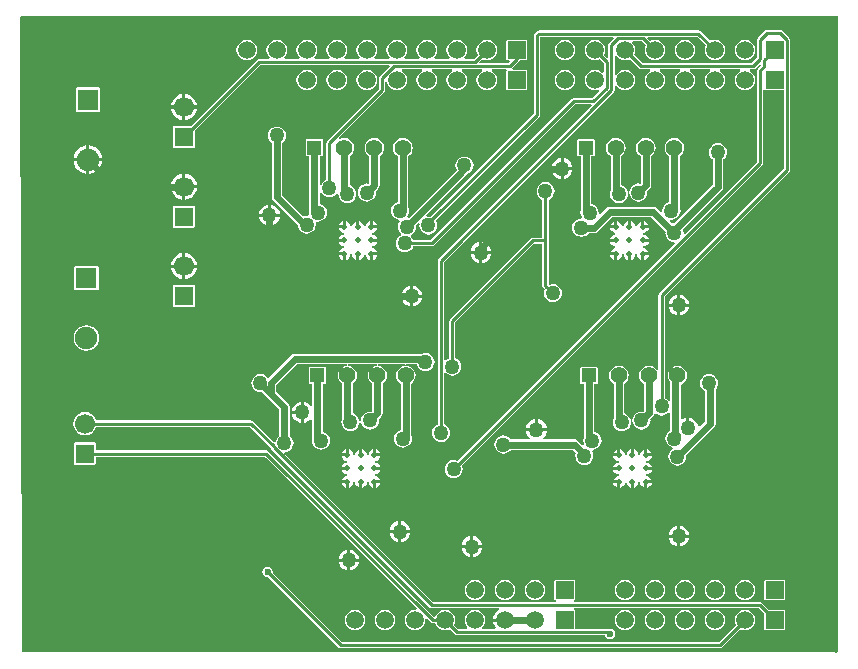
<source format=gbl>
G04 Layer_Physical_Order=2*
G04 Layer_Color=16711680*
%FSLAX42Y42*%
%MOMM*%
G71*
G01*
G75*
%ADD20C,0.25*%
%ADD21C,0.61*%
%ADD22C,0.03*%
%ADD23C,0.01*%
%ADD24C,1.40*%
%ADD25R,1.20X1.20*%
%ADD26C,1.70*%
%ADD27R,1.60X1.60*%
%ADD28R,1.80X1.80*%
%ADD29C,1.90*%
%ADD30C,1.50*%
%ADD31R,1.50X1.50*%
%ADD32C,1.27*%
%ADD33C,0.50*%
%ADD34C,0.60*%
G36*
X14034Y4331D02*
X14021Y4318D01*
X14008Y4331D01*
X7125D01*
X7112Y9707D01*
X7121Y9715D01*
X14034D01*
Y4331D01*
D02*
G37*
%LPC*%
G36*
X9868Y6044D02*
X9861Y6043D01*
X9844Y6032D01*
X9833Y6015D01*
X9832Y6008D01*
X9868D01*
Y6044D01*
D02*
G37*
G36*
X12395D02*
X12388Y6043D01*
X12372Y6032D01*
X12360Y6015D01*
X12358Y6004D01*
X12357Y5999D01*
X12344D01*
X12343Y6004D01*
X12341Y6015D01*
X12330Y6032D01*
X12313Y6043D01*
X12306Y6044D01*
Y5996D01*
X12281D01*
Y6044D01*
X12274Y6043D01*
X12257Y6032D01*
X12246Y6015D01*
X12244Y6004D01*
X12243Y5999D01*
X12230D01*
X12229Y6004D01*
X12227Y6015D01*
X12216Y6032D01*
X12199Y6043D01*
X12192Y6044D01*
Y5996D01*
X12179D01*
Y5983D01*
X12130D01*
X12132Y5976D01*
X12143Y5959D01*
X12160Y5948D01*
X12171Y5946D01*
X12176Y5945D01*
Y5932D01*
X12171Y5931D01*
X12160Y5929D01*
X12143Y5918D01*
X12132Y5901D01*
X12130Y5894D01*
X12179D01*
Y5869D01*
X12130D01*
X12132Y5862D01*
X12143Y5845D01*
X12160Y5834D01*
X12171Y5832D01*
X12176Y5831D01*
Y5818D01*
X12171Y5817D01*
X12160Y5814D01*
X12143Y5803D01*
X12132Y5787D01*
X12130Y5780D01*
X12179D01*
Y5767D01*
X12192D01*
Y5718D01*
X12199Y5720D01*
X12216Y5731D01*
X12227Y5747D01*
X12229Y5758D01*
X12230Y5763D01*
X12243D01*
X12244Y5758D01*
X12246Y5747D01*
X12257Y5731D01*
X12274Y5720D01*
X12281Y5718D01*
Y5767D01*
X12306D01*
Y5718D01*
X12313Y5720D01*
X12330Y5731D01*
X12341Y5747D01*
X12343Y5758D01*
X12344Y5763D01*
X12357D01*
X12358Y5758D01*
X12360Y5747D01*
X12372Y5731D01*
X12388Y5720D01*
X12395Y5718D01*
Y5767D01*
X12408D01*
Y5780D01*
X12457D01*
X12455Y5787D01*
X12444Y5803D01*
X12428Y5814D01*
X12417Y5817D01*
X12411Y5818D01*
Y5831D01*
X12417Y5832D01*
X12428Y5834D01*
X12444Y5845D01*
X12455Y5862D01*
X12457Y5869D01*
X12408D01*
Y5894D01*
X12457D01*
X12455Y5901D01*
X12444Y5918D01*
X12428Y5929D01*
X12417Y5931D01*
X12411Y5932D01*
Y5945D01*
X12417Y5946D01*
X12428Y5948D01*
X12444Y5959D01*
X12455Y5976D01*
X12457Y5983D01*
X12408D01*
Y5996D01*
X12395D01*
Y6044D01*
D02*
G37*
G36*
X10096D02*
X10090Y6043D01*
X10073Y6032D01*
X10062Y6015D01*
X10060Y6004D01*
X10059Y5999D01*
X10046D01*
X10045Y6004D01*
X10042Y6015D01*
X10031Y6032D01*
X10015Y6043D01*
X10008Y6044D01*
Y5996D01*
X9982D01*
Y6044D01*
X9975Y6043D01*
X9959Y6032D01*
X9947Y6015D01*
X9945Y6004D01*
X9944Y5999D01*
X9931D01*
X9930Y6004D01*
X9928Y6015D01*
X9917Y6032D01*
X9900Y6043D01*
X9893Y6044D01*
Y5996D01*
X9881D01*
Y5983D01*
X9832D01*
X9833Y5976D01*
X9844Y5959D01*
X9861Y5948D01*
X9872Y5946D01*
X9877Y5945D01*
Y5932D01*
X9872Y5931D01*
X9861Y5929D01*
X9844Y5918D01*
X9833Y5901D01*
X9832Y5894D01*
X9881D01*
Y5869D01*
X9832D01*
X9833Y5862D01*
X9844Y5845D01*
X9861Y5834D01*
X9872Y5832D01*
X9877Y5831D01*
Y5818D01*
X9872Y5817D01*
X9861Y5814D01*
X9844Y5803D01*
X9833Y5787D01*
X9832Y5780D01*
X9881D01*
Y5767D01*
X9893D01*
Y5718D01*
X9900Y5720D01*
X9917Y5731D01*
X9928Y5747D01*
X9930Y5758D01*
X9931Y5763D01*
X9944D01*
X9945Y5758D01*
X9947Y5747D01*
X9959Y5731D01*
X9975Y5720D01*
X9982Y5718D01*
Y5767D01*
X10008D01*
Y5718D01*
X10015Y5720D01*
X10031Y5731D01*
X10042Y5747D01*
X10045Y5758D01*
X10046Y5763D01*
X10059D01*
X10060Y5758D01*
X10062Y5747D01*
X10073Y5731D01*
X10090Y5720D01*
X10096Y5718D01*
Y5767D01*
X10109D01*
Y5780D01*
X10158D01*
X10157Y5787D01*
X10146Y5803D01*
X10129Y5814D01*
X10118Y5817D01*
X10113Y5818D01*
Y5831D01*
X10118Y5832D01*
X10129Y5834D01*
X10146Y5845D01*
X10157Y5862D01*
X10158Y5869D01*
X10109D01*
Y5894D01*
X10158D01*
X10157Y5901D01*
X10146Y5918D01*
X10129Y5929D01*
X10118Y5931D01*
X10113Y5932D01*
Y5945D01*
X10118Y5946D01*
X10129Y5948D01*
X10146Y5959D01*
X10157Y5976D01*
X10158Y5983D01*
X10109D01*
Y5996D01*
X10096D01*
Y6044D01*
D02*
G37*
G36*
X10122D02*
Y6008D01*
X10158D01*
X10157Y6015D01*
X10146Y6032D01*
X10129Y6043D01*
X10122Y6044D01*
D02*
G37*
G36*
X11985Y6741D02*
X11865D01*
X11856Y6737D01*
X11852Y6728D01*
Y6607D01*
X11856Y6598D01*
X11865Y6594D01*
X11881D01*
Y6147D01*
X11882Y6141D01*
X11881Y6137D01*
X11878Y6117D01*
X11881Y6097D01*
X11885Y6088D01*
X11878Y6073D01*
X11876Y6073D01*
X11834Y6114D01*
X11820Y6124D01*
X11803Y6127D01*
X11540D01*
X11535Y6140D01*
X11544Y6147D01*
X11558Y6165D01*
X11567Y6187D01*
X11569Y6198D01*
X11393D01*
X11394Y6187D01*
X11403Y6165D01*
X11417Y6147D01*
X11426Y6140D01*
X11422Y6127D01*
X11264D01*
X11256Y6138D01*
X11240Y6150D01*
X11221Y6158D01*
X11201Y6160D01*
X11182Y6158D01*
X11163Y6150D01*
X11147Y6138D01*
X11135Y6122D01*
X11127Y6103D01*
X11125Y6083D01*
X11127Y6063D01*
X11135Y6045D01*
X11147Y6029D01*
X11163Y6017D01*
X11182Y6009D01*
X11201Y6006D01*
X11221Y6009D01*
X11240Y6017D01*
X11256Y6029D01*
X11264Y6039D01*
X11785D01*
X11813Y6011D01*
X11812Y6008D01*
X11809Y5989D01*
X11812Y5969D01*
X11819Y5950D01*
X11832Y5934D01*
X11848Y5922D01*
X11866Y5914D01*
X11886Y5912D01*
X11906Y5914D01*
X11924Y5922D01*
X11940Y5934D01*
X11952Y5950D01*
X11960Y5969D01*
X11963Y5989D01*
X11960Y6008D01*
X11952Y6027D01*
X11951Y6029D01*
X11958Y6041D01*
X11975Y6043D01*
X11994Y6050D01*
X12009Y6063D01*
X12022Y6079D01*
X12029Y6097D01*
X12032Y6117D01*
X12029Y6137D01*
X12022Y6155D01*
X12009Y6171D01*
X11994Y6184D01*
X11975Y6191D01*
X11969Y6192D01*
Y6594D01*
X11985D01*
X11995Y6598D01*
X11999Y6607D01*
Y6728D01*
X11995Y6737D01*
X11985Y6741D01*
D02*
G37*
G36*
X12421Y6044D02*
Y6008D01*
X12457D01*
X12455Y6015D01*
X12444Y6032D01*
X12428Y6043D01*
X12421Y6044D01*
D02*
G37*
G36*
X12167D02*
X12160Y6043D01*
X12143Y6032D01*
X12132Y6015D01*
X12130Y6008D01*
X12167D01*
Y6044D01*
D02*
G37*
G36*
X10338Y5435D02*
Y5359D01*
X10413D01*
X10412Y5370D01*
X10403Y5392D01*
X10389Y5410D01*
X10370Y5424D01*
X10348Y5433D01*
X10338Y5435D01*
D02*
G37*
G36*
X10312D02*
X10302Y5433D01*
X10280Y5424D01*
X10262Y5410D01*
X10247Y5392D01*
X10238Y5370D01*
X10237Y5359D01*
X10312D01*
Y5435D01*
D02*
G37*
G36*
X12700Y5397D02*
Y5321D01*
X12775D01*
X12774Y5332D01*
X12765Y5353D01*
X12751Y5372D01*
X12732Y5386D01*
X12711Y5395D01*
X12700Y5397D01*
D02*
G37*
G36*
X9868Y5754D02*
X9832D01*
X9833Y5747D01*
X9844Y5731D01*
X9861Y5720D01*
X9868Y5718D01*
Y5754D01*
D02*
G37*
G36*
X12457D02*
X12421D01*
Y5718D01*
X12428Y5720D01*
X12444Y5731D01*
X12455Y5747D01*
X12457Y5754D01*
D02*
G37*
G36*
X12167D02*
X12130D01*
X12132Y5747D01*
X12143Y5731D01*
X12160Y5720D01*
X12167Y5718D01*
Y5754D01*
D02*
G37*
G36*
X10158D02*
X10122D01*
Y5718D01*
X10129Y5720D01*
X10146Y5731D01*
X10157Y5747D01*
X10158Y5754D01*
D02*
G37*
G36*
X12775Y7252D02*
X12700D01*
Y7176D01*
X12711Y7178D01*
X12732Y7187D01*
X12751Y7201D01*
X12765Y7220D01*
X12774Y7241D01*
X12775Y7252D01*
D02*
G37*
G36*
X12675D02*
X12599D01*
X12601Y7241D01*
X12610Y7220D01*
X12624Y7201D01*
X12642Y7187D01*
X12664Y7178D01*
X12675Y7176D01*
Y7252D01*
D02*
G37*
G36*
X7671Y7094D02*
X7643Y7090D01*
X7616Y7079D01*
X7594Y7062D01*
X7577Y7039D01*
X7566Y7013D01*
X7562Y6985D01*
X7566Y6957D01*
X7577Y6931D01*
X7594Y6908D01*
X7616Y6891D01*
X7643Y6880D01*
X7671Y6876D01*
X7699Y6880D01*
X7725Y6891D01*
X7748Y6908D01*
X7765Y6931D01*
X7776Y6957D01*
X7779Y6985D01*
X7776Y7013D01*
X7765Y7039D01*
X7748Y7062D01*
X7725Y7079D01*
X7699Y7090D01*
X7671Y7094D01*
D02*
G37*
G36*
X8576Y7434D02*
X8416D01*
X8407Y7430D01*
X8403Y7421D01*
Y7261D01*
X8407Y7251D01*
X8416Y7247D01*
X8576D01*
X8586Y7251D01*
X8590Y7261D01*
Y7421D01*
X8586Y7430D01*
X8576Y7434D01*
D02*
G37*
G36*
X12675Y7352D02*
X12664Y7351D01*
X12642Y7342D01*
X12624Y7328D01*
X12610Y7309D01*
X12601Y7288D01*
X12599Y7277D01*
X12675D01*
Y7352D01*
D02*
G37*
G36*
X10515Y7328D02*
X10439D01*
Y7253D01*
X10450Y7254D01*
X10472Y7263D01*
X10490Y7277D01*
X10504Y7296D01*
X10513Y7317D01*
X10515Y7328D01*
D02*
G37*
G36*
X10414D02*
X10339D01*
X10340Y7317D01*
X10349Y7296D01*
X10363Y7277D01*
X10382Y7263D01*
X10403Y7254D01*
X10414Y7253D01*
Y7328D01*
D02*
G37*
G36*
X11493Y6298D02*
Y6223D01*
X11569D01*
X11567Y6234D01*
X11558Y6255D01*
X11544Y6274D01*
X11526Y6288D01*
X11504Y6297D01*
X11493Y6298D01*
D02*
G37*
G36*
X11468D02*
X11458Y6297D01*
X11436Y6288D01*
X11417Y6274D01*
X11403Y6255D01*
X11394Y6234D01*
X11393Y6223D01*
X11468D01*
Y6298D01*
D02*
G37*
G36*
X12179Y6751D02*
X12158Y6748D01*
X12138Y6740D01*
X12120Y6726D01*
X12107Y6709D01*
X12099Y6689D01*
X12096Y6668D01*
X12099Y6646D01*
X12107Y6626D01*
X12120Y6609D01*
X12135Y6597D01*
Y6305D01*
X12130Y6294D01*
X12128Y6274D01*
X12130Y6254D01*
X12138Y6235D01*
X12150Y6219D01*
X12166Y6207D01*
X12185Y6200D01*
X12205Y6197D01*
X12225Y6200D01*
X12243Y6207D01*
X12259Y6219D01*
X12271Y6235D01*
X12279Y6254D01*
X12282Y6274D01*
X12279Y6294D01*
X12271Y6312D01*
X12259Y6328D01*
X12243Y6340D01*
X12225Y6348D01*
X12223Y6348D01*
Y6597D01*
X12238Y6609D01*
X12252Y6626D01*
X12260Y6646D01*
X12263Y6668D01*
X12260Y6689D01*
X12252Y6709D01*
X12238Y6726D01*
X12221Y6740D01*
X12201Y6748D01*
X12179Y6751D01*
D02*
G37*
G36*
X9487Y6344D02*
X9412D01*
X9413Y6333D01*
X9422Y6312D01*
X9436Y6293D01*
X9455Y6279D01*
X9476Y6270D01*
X9487Y6269D01*
Y6344D01*
D02*
G37*
G36*
X10541Y6859D02*
X10521Y6856D01*
X10509Y6851D01*
X9436D01*
X9419Y6848D01*
X9405Y6838D01*
X9217Y6650D01*
X9204Y6651D01*
X9198Y6658D01*
X9182Y6671D01*
X9164Y6678D01*
X9144Y6681D01*
X9124Y6678D01*
X9106Y6671D01*
X9090Y6658D01*
X9077Y6642D01*
X9070Y6624D01*
X9067Y6604D01*
X9070Y6584D01*
X9077Y6566D01*
X9090Y6550D01*
X9106Y6537D01*
X9124Y6530D01*
X9144Y6527D01*
X9157Y6529D01*
X9202Y6484D01*
X9303Y6383D01*
Y6158D01*
X9293Y6150D01*
X9281Y6134D01*
X9273Y6116D01*
X9272Y6109D01*
X9259Y6104D01*
X9084Y6279D01*
X9075Y6285D01*
X9065Y6287D01*
X7753D01*
X7743Y6310D01*
X7728Y6331D01*
X7707Y6346D01*
X7684Y6356D01*
X7658Y6360D01*
X7633Y6356D01*
X7609Y6346D01*
X7588Y6331D01*
X7573Y6310D01*
X7563Y6287D01*
X7560Y6261D01*
X7563Y6236D01*
X7573Y6212D01*
X7588Y6191D01*
X7609Y6176D01*
X7633Y6166D01*
X7658Y6163D01*
X7684Y6166D01*
X7707Y6176D01*
X7728Y6191D01*
X7743Y6212D01*
X7753Y6235D01*
X9055D01*
X9233Y6057D01*
X9234Y6049D01*
X9240Y6041D01*
X10575Y4706D01*
X10583Y4700D01*
X10593Y4699D01*
X11163D01*
X11165Y4686D01*
X11163Y4685D01*
X11142Y4669D01*
X11126Y4648D01*
X11116Y4624D01*
X11115Y4610D01*
X11214D01*
Y4585D01*
X11115D01*
X11116Y4571D01*
X11126Y4547D01*
X11135Y4536D01*
X11129Y4523D01*
X11027D01*
X11024Y4531D01*
X11023Y4536D01*
X11037Y4553D01*
X11046Y4575D01*
X11049Y4597D01*
X11046Y4620D01*
X11037Y4642D01*
X11023Y4660D01*
X11004Y4674D01*
X10983Y4683D01*
X10960Y4686D01*
X10937Y4683D01*
X10916Y4674D01*
X10898Y4660D01*
X10883Y4642D01*
X10875Y4620D01*
X10872Y4597D01*
X10875Y4575D01*
X10883Y4553D01*
X10897Y4536D01*
X10896Y4531D01*
X10893Y4523D01*
X10817D01*
X10784Y4556D01*
X10792Y4575D01*
X10795Y4597D01*
X10792Y4620D01*
X10783Y4642D01*
X10769Y4660D01*
X10750Y4674D01*
X10729Y4683D01*
X10706Y4686D01*
X10683Y4683D01*
X10662Y4674D01*
X10644Y4660D01*
X10629Y4642D01*
X10624Y4629D01*
X10610Y4627D01*
X9212Y6025D01*
X9204Y6031D01*
X9194Y6033D01*
X7752D01*
Y6087D01*
X7748Y6097D01*
X7738Y6101D01*
X7578D01*
X7568Y6097D01*
X7564Y6087D01*
Y5927D01*
X7568Y5917D01*
X7578Y5913D01*
X7738D01*
X7748Y5917D01*
X7752Y5927D01*
Y5981D01*
X9183D01*
X10467Y4697D01*
X10461Y4685D01*
X10452Y4686D01*
X10429Y4683D01*
X10408Y4674D01*
X10390Y4660D01*
X10375Y4642D01*
X10367Y4620D01*
X10364Y4597D01*
X10367Y4575D01*
X10375Y4553D01*
X10390Y4535D01*
X10408Y4521D01*
X10429Y4512D01*
X10452Y4509D01*
X10475Y4512D01*
X10496Y4521D01*
X10515Y4535D01*
X10529Y4553D01*
X10538Y4575D01*
X10541Y4597D01*
X10539Y4607D01*
X10551Y4613D01*
X10585Y4579D01*
X10593Y4573D01*
X10603Y4572D01*
X10622D01*
X10629Y4553D01*
X10644Y4535D01*
X10662Y4521D01*
X10683Y4512D01*
X10706Y4509D01*
X10729Y4512D01*
X10747Y4520D01*
X10788Y4479D01*
X10797Y4473D01*
X10807Y4471D01*
X12061D01*
X12063Y4461D01*
X12072Y4447D01*
X12086Y4438D01*
X12103Y4434D01*
X12120Y4438D01*
X12134Y4447D01*
X12143Y4461D01*
X12147Y4478D01*
X12143Y4495D01*
X12134Y4509D01*
X12120Y4518D01*
X12103Y4522D01*
X12095Y4520D01*
X12094Y4521D01*
X12084Y4523D01*
X11811D01*
Y4672D01*
X11807Y4682D01*
X11797Y4686D01*
X11798Y4699D01*
X13362D01*
X13411Y4650D01*
Y4522D01*
X13415Y4513D01*
X13425Y4509D01*
X13575D01*
X13585Y4513D01*
X13589Y4522D01*
Y4672D01*
X13585Y4682D01*
X13575Y4686D01*
X13448D01*
X13391Y4743D01*
X13383Y4748D01*
X13373Y4750D01*
X11798D01*
X11797Y4763D01*
X11807Y4767D01*
X11811Y4776D01*
Y4926D01*
X11807Y4936D01*
X11797Y4940D01*
X11647D01*
X11637Y4936D01*
X11633Y4926D01*
Y4776D01*
X11637Y4767D01*
X11647Y4763D01*
X11646Y4750D01*
X10604D01*
X9347Y6007D01*
X9352Y6020D01*
X9367Y6022D01*
X9386Y6029D01*
X9402Y6042D01*
X9414Y6058D01*
X9421Y6076D01*
X9424Y6096D01*
X9421Y6116D01*
X9414Y6134D01*
X9402Y6150D01*
X9391Y6158D01*
Y6401D01*
X9388Y6418D01*
X9378Y6432D01*
X9277Y6533D01*
Y6586D01*
X9454Y6763D01*
X9876D01*
X9877Y6750D01*
X9872Y6750D01*
X9859Y6748D01*
X9839Y6740D01*
X9822Y6726D01*
X9808Y6709D01*
X9800Y6689D01*
X9797Y6668D01*
X9800Y6646D01*
X9808Y6626D01*
X9822Y6609D01*
X9837Y6597D01*
Y6305D01*
X9832Y6294D01*
X9829Y6274D01*
X9832Y6254D01*
X9839Y6235D01*
X9852Y6219D01*
X9868Y6207D01*
X9886Y6200D01*
X9906Y6197D01*
X9926Y6200D01*
X9944Y6207D01*
X9960Y6219D01*
X9973Y6235D01*
X9980Y6254D01*
X9983Y6274D01*
X9980Y6294D01*
X9973Y6312D01*
X9960Y6328D01*
X9944Y6340D01*
X9926Y6348D01*
X9925Y6348D01*
Y6597D01*
X9940Y6609D01*
X9953Y6626D01*
X9961Y6646D01*
X9964Y6668D01*
X9961Y6689D01*
X9953Y6709D01*
X9940Y6726D01*
X9922Y6740D01*
X9902Y6748D01*
X9889Y6750D01*
X9884Y6750D01*
X9885Y6763D01*
X10130D01*
X10131Y6750D01*
X10126Y6750D01*
X10113Y6748D01*
X10093Y6740D01*
X10076Y6726D01*
X10062Y6709D01*
X10054Y6689D01*
X10051Y6668D01*
X10054Y6646D01*
X10062Y6626D01*
X10076Y6609D01*
X10091Y6597D01*
Y6371D01*
X10080Y6362D01*
X10071Y6363D01*
X10051Y6361D01*
X10033Y6353D01*
X10017Y6341D01*
X10005Y6325D01*
X9997Y6306D01*
X9994Y6287D01*
X9997Y6267D01*
X10005Y6248D01*
X10017Y6232D01*
X10033Y6220D01*
X10051Y6212D01*
X10071Y6210D01*
X10091Y6212D01*
X10110Y6220D01*
X10125Y6232D01*
X10138Y6248D01*
X10145Y6267D01*
X10148Y6287D01*
X10146Y6299D01*
X10166Y6319D01*
X10175Y6333D01*
X10179Y6350D01*
Y6597D01*
X10194Y6609D01*
X10207Y6626D01*
X10215Y6646D01*
X10218Y6668D01*
X10215Y6689D01*
X10207Y6709D01*
X10194Y6726D01*
X10176Y6740D01*
X10156Y6748D01*
X10143Y6750D01*
X10138Y6750D01*
X10139Y6763D01*
X10372D01*
X10373Y6750D01*
X10367Y6750D01*
X10354Y6748D01*
X10334Y6740D01*
X10317Y6726D01*
X10304Y6709D01*
X10295Y6689D01*
X10292Y6668D01*
X10295Y6646D01*
X10304Y6626D01*
X10317Y6609D01*
X10332Y6597D01*
Y6209D01*
X10331Y6208D01*
X10312Y6201D01*
X10296Y6188D01*
X10284Y6173D01*
X10276Y6154D01*
X10274Y6134D01*
X10276Y6114D01*
X10284Y6096D01*
X10296Y6080D01*
X10312Y6068D01*
X10331Y6060D01*
X10350Y6057D01*
X10370Y6060D01*
X10389Y6068D01*
X10405Y6080D01*
X10417Y6096D01*
X10425Y6114D01*
X10427Y6134D01*
X10425Y6154D01*
X10420Y6166D01*
Y6597D01*
X10435Y6609D01*
X10448Y6626D01*
X10456Y6646D01*
X10459Y6668D01*
X10456Y6689D01*
X10448Y6709D01*
X10435Y6726D01*
X10418Y6740D01*
X10397Y6748D01*
X10385Y6750D01*
X10379Y6750D01*
X10380Y6763D01*
X10467D01*
X10467Y6762D01*
X10474Y6743D01*
X10487Y6727D01*
X10503Y6715D01*
X10521Y6708D01*
X10541Y6705D01*
X10561Y6708D01*
X10579Y6715D01*
X10595Y6727D01*
X10608Y6743D01*
X10615Y6762D01*
X10618Y6782D01*
X10615Y6802D01*
X10608Y6820D01*
X10595Y6836D01*
X10579Y6848D01*
X10561Y6856D01*
X10541Y6859D01*
D02*
G37*
G36*
X9687Y6741D02*
X9567D01*
X9557Y6737D01*
X9553Y6728D01*
Y6607D01*
X9557Y6598D01*
X9567Y6594D01*
X9583D01*
Y6415D01*
X9570Y6411D01*
X9563Y6420D01*
X9544Y6434D01*
X9523Y6443D01*
X9512Y6444D01*
Y6357D01*
Y6269D01*
X9523Y6270D01*
X9544Y6279D01*
X9563Y6293D01*
X9570Y6302D01*
X9583Y6298D01*
Y6147D01*
X9584Y6141D01*
X9582Y6137D01*
X9580Y6117D01*
X9582Y6097D01*
X9590Y6079D01*
X9602Y6063D01*
X9618Y6050D01*
X9636Y6043D01*
X9656Y6040D01*
X9676Y6043D01*
X9695Y6050D01*
X9711Y6063D01*
X9723Y6079D01*
X9731Y6097D01*
X9733Y6117D01*
X9731Y6137D01*
X9723Y6155D01*
X9711Y6171D01*
X9695Y6184D01*
X9676Y6191D01*
X9671Y6192D01*
Y6594D01*
X9687D01*
X9696Y6598D01*
X9700Y6607D01*
Y6728D01*
X9696Y6737D01*
X9687Y6741D01*
D02*
G37*
G36*
X9487Y6444D02*
X9476Y6443D01*
X9455Y6434D01*
X9436Y6420D01*
X9422Y6401D01*
X9413Y6380D01*
X9412Y6369D01*
X9487D01*
Y6444D01*
D02*
G37*
G36*
X12675Y5397D02*
X12664Y5395D01*
X12642Y5386D01*
X12624Y5372D01*
X12610Y5353D01*
X12601Y5332D01*
X12599Y5321D01*
X12675D01*
Y5397D01*
D02*
G37*
G36*
X11214Y4940D02*
X11191Y4937D01*
X11170Y4928D01*
X11152Y4914D01*
X11137Y4896D01*
X11129Y4874D01*
X11126Y4851D01*
X11129Y4829D01*
X11137Y4807D01*
X11152Y4789D01*
X11170Y4775D01*
X11191Y4766D01*
X11214Y4763D01*
X11237Y4766D01*
X11258Y4775D01*
X11277Y4789D01*
X11291Y4807D01*
X11300Y4829D01*
X11303Y4851D01*
X11300Y4874D01*
X11291Y4896D01*
X11277Y4914D01*
X11258Y4928D01*
X11237Y4937D01*
X11214Y4940D01*
D02*
G37*
G36*
X10960D02*
X10937Y4937D01*
X10916Y4928D01*
X10898Y4914D01*
X10883Y4896D01*
X10875Y4874D01*
X10872Y4851D01*
X10875Y4829D01*
X10883Y4807D01*
X10898Y4789D01*
X10916Y4775D01*
X10937Y4766D01*
X10960Y4763D01*
X10983Y4766D01*
X11004Y4775D01*
X11023Y4789D01*
X11037Y4807D01*
X11046Y4829D01*
X11049Y4851D01*
X11046Y4874D01*
X11037Y4896D01*
X11023Y4914D01*
X11004Y4928D01*
X10983Y4937D01*
X10960Y4940D01*
D02*
G37*
G36*
X13575Y4940D02*
X13425D01*
X13415Y4936D01*
X13411Y4926D01*
Y4776D01*
X13415Y4767D01*
X13425Y4763D01*
X13575D01*
X13585Y4767D01*
X13589Y4776D01*
Y4926D01*
X13585Y4936D01*
X13575Y4940D01*
D02*
G37*
G36*
X11468Y4940D02*
X11445Y4937D01*
X11424Y4928D01*
X11406Y4914D01*
X11391Y4896D01*
X11383Y4874D01*
X11380Y4851D01*
X11383Y4829D01*
X11391Y4807D01*
X11406Y4789D01*
X11424Y4775D01*
X11445Y4766D01*
X11468Y4763D01*
X11491Y4766D01*
X11512Y4775D01*
X11531Y4789D01*
X11545Y4807D01*
X11554Y4829D01*
X11557Y4851D01*
X11554Y4874D01*
X11545Y4896D01*
X11531Y4914D01*
X11512Y4928D01*
X11491Y4937D01*
X11468Y4940D01*
D02*
G37*
G36*
X12738D02*
X12715Y4937D01*
X12694Y4928D01*
X12676Y4914D01*
X12661Y4896D01*
X12653Y4874D01*
X12650Y4851D01*
X12653Y4829D01*
X12661Y4807D01*
X12676Y4789D01*
X12694Y4775D01*
X12715Y4766D01*
X12738Y4763D01*
X12761Y4766D01*
X12782Y4775D01*
X12801Y4789D01*
X12815Y4807D01*
X12824Y4829D01*
X12827Y4851D01*
X12824Y4874D01*
X12815Y4896D01*
X12801Y4914D01*
X12782Y4928D01*
X12761Y4937D01*
X12738Y4940D01*
D02*
G37*
G36*
X12484D02*
X12461Y4937D01*
X12440Y4928D01*
X12422Y4914D01*
X12407Y4896D01*
X12399Y4874D01*
X12396Y4851D01*
X12399Y4829D01*
X12407Y4807D01*
X12422Y4789D01*
X12440Y4775D01*
X12461Y4766D01*
X12484Y4763D01*
X12507Y4766D01*
X12528Y4775D01*
X12547Y4789D01*
X12561Y4807D01*
X12570Y4829D01*
X12573Y4851D01*
X12570Y4874D01*
X12561Y4896D01*
X12547Y4914D01*
X12528Y4928D01*
X12507Y4937D01*
X12484Y4940D01*
D02*
G37*
G36*
X12230D02*
X12207Y4937D01*
X12186Y4928D01*
X12168Y4914D01*
X12153Y4896D01*
X12145Y4874D01*
X12142Y4851D01*
X12145Y4829D01*
X12153Y4807D01*
X12168Y4789D01*
X12186Y4775D01*
X12207Y4766D01*
X12230Y4763D01*
X12253Y4766D01*
X12274Y4775D01*
X12293Y4789D01*
X12307Y4807D01*
X12316Y4829D01*
X12319Y4851D01*
X12316Y4874D01*
X12307Y4896D01*
X12293Y4914D01*
X12274Y4928D01*
X12253Y4937D01*
X12230Y4940D01*
D02*
G37*
G36*
Y4686D02*
X12207Y4683D01*
X12186Y4674D01*
X12168Y4660D01*
X12153Y4642D01*
X12145Y4620D01*
X12142Y4597D01*
X12145Y4575D01*
X12153Y4553D01*
X12168Y4535D01*
X12186Y4521D01*
X12207Y4512D01*
X12230Y4509D01*
X12253Y4512D01*
X12274Y4521D01*
X12293Y4535D01*
X12307Y4553D01*
X12316Y4575D01*
X12319Y4597D01*
X12316Y4620D01*
X12307Y4642D01*
X12293Y4660D01*
X12274Y4674D01*
X12253Y4683D01*
X12230Y4686D01*
D02*
G37*
G36*
X10198D02*
X10175Y4683D01*
X10154Y4674D01*
X10136Y4660D01*
X10121Y4642D01*
X10113Y4620D01*
X10110Y4597D01*
X10113Y4575D01*
X10121Y4553D01*
X10136Y4535D01*
X10154Y4521D01*
X10175Y4512D01*
X10198Y4509D01*
X10221Y4512D01*
X10242Y4521D01*
X10261Y4535D01*
X10275Y4553D01*
X10284Y4575D01*
X10287Y4597D01*
X10284Y4620D01*
X10275Y4642D01*
X10261Y4660D01*
X10242Y4674D01*
X10221Y4683D01*
X10198Y4686D01*
D02*
G37*
G36*
X9944D02*
X9921Y4683D01*
X9900Y4674D01*
X9882Y4660D01*
X9867Y4642D01*
X9859Y4620D01*
X9856Y4597D01*
X9859Y4575D01*
X9867Y4553D01*
X9882Y4535D01*
X9900Y4521D01*
X9921Y4512D01*
X9944Y4509D01*
X9967Y4512D01*
X9988Y4521D01*
X10007Y4535D01*
X10021Y4553D01*
X10030Y4575D01*
X10033Y4597D01*
X10030Y4620D01*
X10021Y4642D01*
X10007Y4660D01*
X9988Y4674D01*
X9967Y4683D01*
X9944Y4686D01*
D02*
G37*
G36*
X12484D02*
X12461Y4683D01*
X12440Y4674D01*
X12422Y4660D01*
X12407Y4642D01*
X12399Y4620D01*
X12396Y4597D01*
X12399Y4575D01*
X12407Y4553D01*
X12422Y4535D01*
X12440Y4521D01*
X12461Y4512D01*
X12484Y4509D01*
X12507Y4512D01*
X12528Y4521D01*
X12547Y4535D01*
X12561Y4553D01*
X12570Y4575D01*
X12573Y4597D01*
X12570Y4620D01*
X12561Y4642D01*
X12547Y4660D01*
X12528Y4674D01*
X12507Y4683D01*
X12484Y4686D01*
D02*
G37*
G36*
X9205Y5047D02*
X9188Y5044D01*
X9174Y5035D01*
X9165Y5020D01*
X9161Y5004D01*
X9165Y4987D01*
X9174Y4973D01*
X9188Y4964D01*
X9205Y4960D01*
X9211Y4961D01*
X9803Y4369D01*
X9812Y4363D01*
X9822Y4361D01*
X13036D01*
X13046Y4363D01*
X13054Y4369D01*
X13205Y4520D01*
X13223Y4512D01*
X13246Y4509D01*
X13269Y4512D01*
X13290Y4521D01*
X13309Y4535D01*
X13323Y4553D01*
X13332Y4575D01*
X13335Y4597D01*
X13332Y4620D01*
X13323Y4642D01*
X13309Y4660D01*
X13290Y4674D01*
X13269Y4683D01*
X13246Y4686D01*
X13223Y4683D01*
X13202Y4674D01*
X13184Y4660D01*
X13169Y4642D01*
X13161Y4620D01*
X13158Y4597D01*
X13161Y4575D01*
X13168Y4556D01*
X13025Y4413D01*
X9832D01*
X9247Y4998D01*
X9248Y5004D01*
X9245Y5020D01*
X9236Y5035D01*
X9222Y5044D01*
X9205Y5047D01*
D02*
G37*
G36*
X12992Y4686D02*
X12969Y4683D01*
X12948Y4674D01*
X12930Y4660D01*
X12915Y4642D01*
X12907Y4620D01*
X12904Y4597D01*
X12907Y4575D01*
X12915Y4553D01*
X12930Y4535D01*
X12948Y4521D01*
X12969Y4512D01*
X12992Y4509D01*
X13015Y4512D01*
X13036Y4521D01*
X13055Y4535D01*
X13069Y4553D01*
X13078Y4575D01*
X13081Y4597D01*
X13078Y4620D01*
X13069Y4642D01*
X13055Y4660D01*
X13036Y4674D01*
X13015Y4683D01*
X12992Y4686D01*
D02*
G37*
G36*
X12738D02*
X12715Y4683D01*
X12694Y4674D01*
X12676Y4660D01*
X12661Y4642D01*
X12653Y4620D01*
X12650Y4597D01*
X12653Y4575D01*
X12661Y4553D01*
X12676Y4535D01*
X12694Y4521D01*
X12715Y4512D01*
X12738Y4509D01*
X12761Y4512D01*
X12782Y4521D01*
X12801Y4535D01*
X12815Y4553D01*
X12824Y4575D01*
X12827Y4597D01*
X12824Y4620D01*
X12815Y4642D01*
X12801Y4660D01*
X12782Y4674D01*
X12761Y4683D01*
X12738Y4686D01*
D02*
G37*
G36*
X12775Y5296D02*
X12700D01*
Y5221D01*
X12711Y5222D01*
X12732Y5231D01*
X12751Y5245D01*
X12765Y5264D01*
X12774Y5285D01*
X12775Y5296D01*
D02*
G37*
G36*
X12675D02*
X12599D01*
X12601Y5285D01*
X12610Y5264D01*
X12624Y5245D01*
X12642Y5231D01*
X12664Y5222D01*
X12675Y5221D01*
Y5296D01*
D02*
G37*
G36*
X11023Y5207D02*
X10947D01*
Y5132D01*
X10958Y5133D01*
X10980Y5142D01*
X10998Y5156D01*
X11012Y5175D01*
X11021Y5196D01*
X11023Y5207D01*
D02*
G37*
G36*
X10922Y5308D02*
X10911Y5306D01*
X10890Y5297D01*
X10871Y5283D01*
X10857Y5265D01*
X10848Y5243D01*
X10847Y5232D01*
X10922D01*
Y5308D01*
D02*
G37*
G36*
X10413Y5334D02*
X10338D01*
Y5259D01*
X10348Y5260D01*
X10370Y5269D01*
X10389Y5283D01*
X10403Y5302D01*
X10412Y5323D01*
X10413Y5334D01*
D02*
G37*
G36*
X10312D02*
X10237D01*
X10238Y5323D01*
X10247Y5302D01*
X10262Y5283D01*
X10280Y5269D01*
X10302Y5260D01*
X10312Y5259D01*
Y5334D01*
D02*
G37*
G36*
X10947Y5308D02*
Y5232D01*
X11023D01*
X11021Y5243D01*
X11012Y5265D01*
X10998Y5283D01*
X10980Y5297D01*
X10958Y5306D01*
X10947Y5308D01*
D02*
G37*
G36*
X9881Y5093D02*
X9805D01*
X9807Y5082D01*
X9816Y5061D01*
X9830Y5042D01*
X9848Y5028D01*
X9870Y5019D01*
X9881Y5017D01*
Y5093D01*
D02*
G37*
G36*
X13246Y4940D02*
X13223Y4937D01*
X13202Y4928D01*
X13184Y4914D01*
X13169Y4896D01*
X13161Y4874D01*
X13158Y4851D01*
X13161Y4829D01*
X13169Y4807D01*
X13184Y4789D01*
X13202Y4775D01*
X13223Y4766D01*
X13246Y4763D01*
X13269Y4766D01*
X13290Y4775D01*
X13309Y4789D01*
X13323Y4807D01*
X13332Y4829D01*
X13335Y4851D01*
X13332Y4874D01*
X13323Y4896D01*
X13309Y4914D01*
X13290Y4928D01*
X13269Y4937D01*
X13246Y4940D01*
D02*
G37*
G36*
X12992D02*
X12969Y4937D01*
X12948Y4928D01*
X12930Y4914D01*
X12915Y4896D01*
X12907Y4874D01*
X12904Y4851D01*
X12907Y4829D01*
X12915Y4807D01*
X12930Y4789D01*
X12948Y4775D01*
X12969Y4766D01*
X12992Y4763D01*
X13015Y4766D01*
X13036Y4775D01*
X13055Y4789D01*
X13069Y4807D01*
X13078Y4829D01*
X13081Y4851D01*
X13078Y4874D01*
X13069Y4896D01*
X13055Y4914D01*
X13036Y4928D01*
X13015Y4937D01*
X12992Y4940D01*
D02*
G37*
G36*
X9981Y5093D02*
X9906D01*
Y5017D01*
X9917Y5019D01*
X9938Y5028D01*
X9957Y5042D01*
X9971Y5061D01*
X9980Y5082D01*
X9981Y5093D01*
D02*
G37*
G36*
X10922Y5207D02*
X10847D01*
X10848Y5196D01*
X10857Y5175D01*
X10871Y5156D01*
X10890Y5142D01*
X10911Y5133D01*
X10922Y5132D01*
Y5207D01*
D02*
G37*
G36*
X9906Y5193D02*
Y5118D01*
X9981D01*
X9980Y5129D01*
X9971Y5150D01*
X9957Y5169D01*
X9938Y5183D01*
X9917Y5192D01*
X9906Y5193D01*
D02*
G37*
G36*
X9881D02*
X9870Y5192D01*
X9848Y5183D01*
X9830Y5169D01*
X9816Y5150D01*
X9807Y5129D01*
X9805Y5118D01*
X9881D01*
Y5193D01*
D02*
G37*
G36*
X7803Y8484D02*
X7696D01*
Y8377D01*
X7715Y8379D01*
X7744Y8391D01*
X7769Y8410D01*
X7789Y8436D01*
X7801Y8465D01*
X7803Y8484D01*
D02*
G37*
G36*
X7671D02*
X7564D01*
X7566Y8465D01*
X7578Y8436D01*
X7598Y8410D01*
X7623Y8391D01*
X7652Y8379D01*
X7671Y8377D01*
Y8484D01*
D02*
G37*
G36*
X11786Y8406D02*
X11711D01*
Y8331D01*
X11721Y8332D01*
X11743Y8341D01*
X11761Y8355D01*
X11776Y8374D01*
X11785Y8396D01*
X11786Y8406D01*
D02*
G37*
G36*
X7671Y8616D02*
X7652Y8614D01*
X7623Y8601D01*
X7598Y8582D01*
X7578Y8557D01*
X7566Y8528D01*
X7564Y8509D01*
X7671D01*
Y8616D01*
D02*
G37*
G36*
X11711Y8507D02*
Y8432D01*
X11786D01*
X11785Y8442D01*
X11776Y8464D01*
X11761Y8482D01*
X11743Y8497D01*
X11721Y8506D01*
X11711Y8507D01*
D02*
G37*
G36*
X11685D02*
X11675Y8506D01*
X11653Y8497D01*
X11634Y8482D01*
X11620Y8464D01*
X11611Y8442D01*
X11610Y8432D01*
X11685D01*
Y8507D01*
D02*
G37*
G36*
Y8406D02*
X11610D01*
X11611Y8396D01*
X11620Y8374D01*
X11634Y8355D01*
X11653Y8341D01*
X11675Y8332D01*
X11685Y8331D01*
Y8406D01*
D02*
G37*
G36*
X8484Y8377D02*
X8467Y8375D01*
X8441Y8364D01*
X8418Y8346D01*
X8400Y8323D01*
X8389Y8297D01*
X8387Y8280D01*
X8484D01*
Y8377D01*
D02*
G37*
G36*
X8606Y8255D02*
X8509D01*
Y8158D01*
X8525Y8160D01*
X8552Y8171D01*
X8575Y8189D01*
X8593Y8212D01*
X8604Y8239D01*
X8606Y8255D01*
D02*
G37*
G36*
X8484D02*
X8387D01*
X8389Y8239D01*
X8400Y8212D01*
X8418Y8189D01*
X8441Y8171D01*
X8467Y8160D01*
X8484Y8158D01*
Y8255D01*
D02*
G37*
G36*
X12408Y8681D02*
X12386Y8678D01*
X12366Y8670D01*
X12349Y8657D01*
X12336Y8640D01*
X12327Y8619D01*
X12324Y8598D01*
X12327Y8576D01*
X12336Y8556D01*
X12349Y8539D01*
X12364Y8527D01*
Y8302D01*
X12354Y8293D01*
X12344Y8294D01*
X12325Y8291D01*
X12306Y8283D01*
X12290Y8271D01*
X12278Y8255D01*
X12270Y8237D01*
X12268Y8217D01*
X12270Y8197D01*
X12278Y8178D01*
X12290Y8163D01*
X12306Y8150D01*
X12325Y8143D01*
X12344Y8140D01*
X12364Y8143D01*
X12383Y8150D01*
X12399Y8163D01*
X12411Y8178D01*
X12419Y8197D01*
X12421Y8217D01*
X12420Y8230D01*
X12439Y8249D01*
X12449Y8264D01*
X12452Y8280D01*
Y8527D01*
X12467Y8539D01*
X12480Y8556D01*
X12488Y8576D01*
X12491Y8598D01*
X12488Y8619D01*
X12480Y8640D01*
X12467Y8657D01*
X12450Y8670D01*
X12429Y8678D01*
X12408Y8681D01*
D02*
G37*
G36*
X10109D02*
X10088Y8678D01*
X10067Y8670D01*
X10050Y8657D01*
X10037Y8640D01*
X10029Y8619D01*
X10026Y8598D01*
X10029Y8576D01*
X10037Y8556D01*
X10050Y8539D01*
X10065Y8527D01*
Y8302D01*
X10055Y8293D01*
X10046Y8294D01*
X10026Y8291D01*
X10007Y8283D01*
X9991Y8271D01*
X9979Y8255D01*
X9971Y8237D01*
X9969Y8217D01*
X9971Y8197D01*
X9979Y8178D01*
X9991Y8163D01*
X10007Y8150D01*
X10026Y8143D01*
X10046Y8140D01*
X10066Y8143D01*
X10084Y8150D01*
X10100Y8163D01*
X10112Y8178D01*
X10120Y8197D01*
X10123Y8217D01*
X10121Y8230D01*
X10140Y8249D01*
X10150Y8264D01*
X10153Y8280D01*
Y8527D01*
X10168Y8539D01*
X10181Y8556D01*
X10190Y8576D01*
X10193Y8598D01*
X10190Y8619D01*
X10181Y8640D01*
X10168Y8657D01*
X10151Y8670D01*
X10131Y8678D01*
X10109Y8681D01*
D02*
G37*
G36*
X8509Y8377D02*
Y8280D01*
X8606D01*
X8604Y8297D01*
X8593Y8323D01*
X8575Y8346D01*
X8552Y8364D01*
X8525Y8375D01*
X8509Y8377D01*
D02*
G37*
G36*
X7696Y8616D02*
Y8509D01*
X7803D01*
X7801Y8528D01*
X7789Y8557D01*
X7769Y8582D01*
X7744Y8601D01*
X7715Y8614D01*
X7696Y8616D01*
D02*
G37*
G36*
X11391Y9512D02*
X11241D01*
X11231Y9508D01*
X11227Y9498D01*
Y9348D01*
X11231Y9339D01*
X11241Y9335D01*
X11250D01*
X11255Y9323D01*
X11243Y9311D01*
X11002D01*
X10997Y9323D01*
X11020Y9346D01*
X11039Y9338D01*
X11062Y9335D01*
X11085Y9338D01*
X11106Y9347D01*
X11124Y9361D01*
X11138Y9379D01*
X11147Y9401D01*
X11150Y9423D01*
X11147Y9446D01*
X11138Y9468D01*
X11124Y9486D01*
X11106Y9500D01*
X11085Y9509D01*
X11062Y9512D01*
X11039Y9509D01*
X11017Y9500D01*
X10999Y9486D01*
X10985Y9468D01*
X10976Y9446D01*
X10973Y9423D01*
X10976Y9401D01*
X10984Y9382D01*
X10951Y9349D01*
X10874D01*
X10872Y9357D01*
X10871Y9362D01*
X10884Y9379D01*
X10893Y9401D01*
X10896Y9423D01*
X10893Y9446D01*
X10884Y9468D01*
X10870Y9486D01*
X10852Y9500D01*
X10831Y9509D01*
X10808Y9512D01*
X10785Y9509D01*
X10763Y9500D01*
X10745Y9486D01*
X10731Y9468D01*
X10722Y9446D01*
X10719Y9423D01*
X10722Y9401D01*
X10731Y9379D01*
X10745Y9362D01*
X10744Y9357D01*
X10741Y9349D01*
X10620D01*
X10618Y9357D01*
X10617Y9362D01*
X10630Y9379D01*
X10639Y9401D01*
X10642Y9423D01*
X10639Y9446D01*
X10630Y9468D01*
X10616Y9486D01*
X10598Y9500D01*
X10577Y9509D01*
X10554Y9512D01*
X10531Y9509D01*
X10509Y9500D01*
X10491Y9486D01*
X10477Y9468D01*
X10468Y9446D01*
X10465Y9423D01*
X10468Y9401D01*
X10477Y9379D01*
X10491Y9362D01*
X10490Y9357D01*
X10487Y9349D01*
X10366D01*
X10364Y9357D01*
X10363Y9362D01*
X10376Y9379D01*
X10385Y9401D01*
X10388Y9423D01*
X10385Y9446D01*
X10376Y9468D01*
X10362Y9486D01*
X10344Y9500D01*
X10323Y9509D01*
X10300Y9512D01*
X10277Y9509D01*
X10255Y9500D01*
X10237Y9486D01*
X10223Y9468D01*
X10214Y9446D01*
X10211Y9423D01*
X10214Y9401D01*
X10223Y9379D01*
X10237Y9362D01*
X10236Y9357D01*
X10233Y9349D01*
X10112D01*
X10110Y9357D01*
X10109Y9362D01*
X10122Y9379D01*
X10131Y9401D01*
X10134Y9423D01*
X10131Y9446D01*
X10122Y9468D01*
X10108Y9486D01*
X10090Y9500D01*
X10069Y9509D01*
X10046Y9512D01*
X10023Y9509D01*
X10001Y9500D01*
X9983Y9486D01*
X9969Y9468D01*
X9960Y9446D01*
X9957Y9423D01*
X9960Y9401D01*
X9969Y9379D01*
X9983Y9362D01*
X9982Y9357D01*
X9979Y9349D01*
X9858D01*
X9856Y9357D01*
X9855Y9362D01*
X9868Y9379D01*
X9877Y9401D01*
X9880Y9423D01*
X9877Y9446D01*
X9868Y9468D01*
X9854Y9486D01*
X9836Y9500D01*
X9815Y9509D01*
X9792Y9512D01*
X9769Y9509D01*
X9747Y9500D01*
X9729Y9486D01*
X9715Y9468D01*
X9706Y9446D01*
X9703Y9423D01*
X9706Y9401D01*
X9715Y9379D01*
X9729Y9362D01*
X9728Y9357D01*
X9725Y9349D01*
X9604D01*
X9602Y9357D01*
X9601Y9362D01*
X9614Y9379D01*
X9623Y9401D01*
X9626Y9423D01*
X9623Y9446D01*
X9614Y9468D01*
X9600Y9486D01*
X9582Y9500D01*
X9561Y9509D01*
X9538Y9512D01*
X9515Y9509D01*
X9493Y9500D01*
X9475Y9486D01*
X9461Y9468D01*
X9452Y9446D01*
X9449Y9423D01*
X9452Y9401D01*
X9461Y9379D01*
X9475Y9362D01*
X9474Y9357D01*
X9471Y9349D01*
X9350D01*
X9348Y9357D01*
X9347Y9362D01*
X9360Y9379D01*
X9369Y9401D01*
X9372Y9423D01*
X9369Y9446D01*
X9360Y9468D01*
X9346Y9486D01*
X9328Y9500D01*
X9307Y9509D01*
X9284Y9512D01*
X9261Y9509D01*
X9239Y9500D01*
X9221Y9486D01*
X9207Y9468D01*
X9198Y9446D01*
X9195Y9423D01*
X9198Y9401D01*
X9207Y9379D01*
X9221Y9362D01*
X9220Y9357D01*
X9217Y9349D01*
X9132D01*
X9123Y9347D01*
X9114Y9341D01*
X8553Y8781D01*
X8416D01*
X8407Y8777D01*
X8403Y8767D01*
Y8607D01*
X8407Y8597D01*
X8416Y8593D01*
X8576D01*
X8586Y8597D01*
X8590Y8607D01*
Y8744D01*
X9143Y9297D01*
X10232D01*
X10237Y9285D01*
X10154Y9203D01*
X10149Y9195D01*
X10147Y9185D01*
Y9094D01*
X9710Y8657D01*
X9704Y8648D01*
X9702Y8639D01*
Y8324D01*
X9690Y8319D01*
X9674Y8307D01*
X9662Y8291D01*
X9658Y8282D01*
X9645Y8284D01*
Y8524D01*
X9661D01*
X9671Y8528D01*
X9675Y8538D01*
Y8658D01*
X9671Y8668D01*
X9661Y8672D01*
X9541D01*
X9531Y8668D01*
X9527Y8658D01*
Y8538D01*
X9531Y8528D01*
X9541Y8524D01*
X9557D01*
Y8077D01*
X9558Y8071D01*
X9557Y8067D01*
X9554Y8047D01*
X9556Y8032D01*
X9549Y8023D01*
X9546Y8021D01*
X9536Y8022D01*
X9516Y8019D01*
X9508Y8016D01*
X9328Y8197D01*
Y8637D01*
X9338Y8645D01*
X9350Y8661D01*
X9358Y8680D01*
X9361Y8700D01*
X9358Y8719D01*
X9350Y8738D01*
X9338Y8754D01*
X9322Y8766D01*
X9304Y8774D01*
X9284Y8776D01*
X9264Y8774D01*
X9245Y8766D01*
X9229Y8754D01*
X9217Y8738D01*
X9209Y8719D01*
X9207Y8700D01*
X9209Y8680D01*
X9217Y8661D01*
X9229Y8645D01*
X9240Y8637D01*
Y8179D01*
X9243Y8162D01*
X9253Y8148D01*
X9459Y7941D01*
X9461Y7925D01*
X9469Y7907D01*
X9481Y7891D01*
X9497Y7879D01*
X9516Y7871D01*
X9536Y7868D01*
X9556Y7871D01*
X9574Y7879D01*
X9590Y7891D01*
X9602Y7907D01*
X9610Y7925D01*
X9613Y7945D01*
X9611Y7960D01*
X9618Y7970D01*
X9621Y7972D01*
X9631Y7971D01*
X9651Y7973D01*
X9669Y7981D01*
X9685Y7993D01*
X9698Y8009D01*
X9705Y8028D01*
X9708Y8047D01*
X9705Y8067D01*
X9698Y8086D01*
X9685Y8102D01*
X9669Y8114D01*
X9651Y8122D01*
X9645Y8122D01*
Y8220D01*
X9658Y8223D01*
X9662Y8214D01*
X9674Y8198D01*
X9690Y8186D01*
X9708Y8178D01*
X9728Y8176D01*
X9748Y8178D01*
X9767Y8186D01*
X9783Y8198D01*
X9792Y8210D01*
X9804Y8205D01*
X9804Y8204D01*
X9806Y8184D01*
X9814Y8166D01*
X9826Y8150D01*
X9842Y8138D01*
X9861Y8130D01*
X9881Y8127D01*
X9900Y8130D01*
X9919Y8138D01*
X9935Y8150D01*
X9947Y8166D01*
X9955Y8184D01*
X9957Y8204D01*
X9955Y8224D01*
X9947Y8243D01*
X9935Y8259D01*
X9919Y8271D01*
X9900Y8278D01*
X9899Y8279D01*
Y8527D01*
X9914Y8539D01*
X9927Y8556D01*
X9936Y8576D01*
X9939Y8598D01*
X9936Y8619D01*
X9927Y8640D01*
X9914Y8657D01*
X9897Y8670D01*
X9877Y8678D01*
X9855Y8681D01*
X9834Y8678D01*
X9813Y8670D01*
X9807Y8680D01*
X10191Y9065D01*
X10197Y9073D01*
X10199Y9083D01*
Y9162D01*
X10199Y9162D01*
X10206Y9161D01*
X10213Y9156D01*
X10214Y9147D01*
X10223Y9125D01*
X10237Y9107D01*
X10255Y9093D01*
X10277Y9084D01*
X10300Y9081D01*
X10323Y9084D01*
X10344Y9093D01*
X10362Y9107D01*
X10376Y9125D01*
X10385Y9147D01*
X10388Y9169D01*
X10385Y9192D01*
X10376Y9214D01*
X10362Y9232D01*
X10344Y9246D01*
X10343Y9246D01*
X10346Y9259D01*
X10508D01*
X10510Y9246D01*
X10509Y9246D01*
X10491Y9232D01*
X10477Y9214D01*
X10468Y9192D01*
X10465Y9169D01*
X10468Y9147D01*
X10477Y9125D01*
X10491Y9107D01*
X10509Y9093D01*
X10531Y9084D01*
X10554Y9081D01*
X10577Y9084D01*
X10598Y9093D01*
X10616Y9107D01*
X10630Y9125D01*
X10639Y9147D01*
X10642Y9169D01*
X10639Y9192D01*
X10630Y9214D01*
X10616Y9232D01*
X10598Y9246D01*
X10597Y9246D01*
X10600Y9259D01*
X10762D01*
X10764Y9246D01*
X10763Y9246D01*
X10745Y9232D01*
X10731Y9214D01*
X10722Y9192D01*
X10719Y9169D01*
X10722Y9147D01*
X10731Y9125D01*
X10745Y9107D01*
X10763Y9093D01*
X10785Y9084D01*
X10808Y9081D01*
X10831Y9084D01*
X10852Y9093D01*
X10870Y9107D01*
X10884Y9125D01*
X10893Y9147D01*
X10896Y9169D01*
X10893Y9192D01*
X10884Y9214D01*
X10870Y9232D01*
X10852Y9246D01*
X10851Y9246D01*
X10854Y9259D01*
X11016D01*
X11018Y9246D01*
X11017Y9246D01*
X10999Y9232D01*
X10985Y9214D01*
X10976Y9192D01*
X10973Y9169D01*
X10976Y9147D01*
X10985Y9125D01*
X10999Y9107D01*
X11017Y9093D01*
X11039Y9084D01*
X11062Y9081D01*
X11085Y9084D01*
X11106Y9093D01*
X11124Y9107D01*
X11138Y9125D01*
X11147Y9147D01*
X11150Y9169D01*
X11147Y9192D01*
X11138Y9214D01*
X11124Y9232D01*
X11106Y9246D01*
X11105Y9246D01*
X11108Y9259D01*
X11219D01*
X11228Y9246D01*
X11227Y9244D01*
Y9094D01*
X11231Y9085D01*
X11241Y9081D01*
X11391D01*
X11400Y9085D01*
X11404Y9094D01*
Y9244D01*
X11400Y9254D01*
X11391Y9258D01*
X11281D01*
X11276Y9271D01*
X11334Y9329D01*
X11338Y9335D01*
X11391D01*
X11400Y9339D01*
X11404Y9348D01*
Y9498D01*
X11400Y9508D01*
X11391Y9512D01*
D02*
G37*
G36*
X9030Y9512D02*
X9007Y9509D01*
X8985Y9500D01*
X8967Y9486D01*
X8953Y9468D01*
X8944Y9446D01*
X8941Y9423D01*
X8944Y9401D01*
X8953Y9379D01*
X8967Y9361D01*
X8985Y9347D01*
X9007Y9338D01*
X9030Y9335D01*
X9053Y9338D01*
X9074Y9347D01*
X9092Y9361D01*
X9106Y9379D01*
X9115Y9401D01*
X9118Y9423D01*
X9115Y9446D01*
X9106Y9468D01*
X9092Y9486D01*
X9074Y9500D01*
X9053Y9509D01*
X9030Y9512D01*
D02*
G37*
G36*
X10046Y9258D02*
X10023Y9255D01*
X10001Y9246D01*
X9983Y9232D01*
X9969Y9214D01*
X9960Y9192D01*
X9957Y9169D01*
X9960Y9147D01*
X9969Y9125D01*
X9983Y9107D01*
X10001Y9093D01*
X10023Y9084D01*
X10046Y9081D01*
X10069Y9084D01*
X10090Y9093D01*
X10108Y9107D01*
X10122Y9125D01*
X10131Y9147D01*
X10134Y9169D01*
X10131Y9192D01*
X10122Y9214D01*
X10108Y9232D01*
X10090Y9246D01*
X10069Y9255D01*
X10046Y9258D01*
D02*
G37*
G36*
X13246Y9512D02*
X13223Y9509D01*
X13202Y9500D01*
X13184Y9486D01*
X13169Y9468D01*
X13161Y9446D01*
X13158Y9423D01*
X13161Y9401D01*
X13169Y9379D01*
X13184Y9361D01*
X13202Y9347D01*
X13223Y9338D01*
X13246Y9335D01*
X13269Y9338D01*
X13290Y9347D01*
X13309Y9361D01*
X13323Y9379D01*
X13332Y9401D01*
X13335Y9423D01*
X13332Y9446D01*
X13323Y9468D01*
X13309Y9486D01*
X13290Y9500D01*
X13269Y9509D01*
X13246Y9512D01*
D02*
G37*
G36*
X13541Y9597D02*
X13434D01*
X13424Y9595D01*
X13416Y9589D01*
X13355Y9528D01*
X13349Y9520D01*
X13347Y9510D01*
Y9358D01*
X13300Y9311D01*
X12379D01*
X12308Y9382D01*
X12316Y9401D01*
X12319Y9423D01*
X12316Y9446D01*
X12307Y9468D01*
X12293Y9486D01*
X12291Y9487D01*
X12295Y9499D01*
X12372D01*
X12406Y9465D01*
X12399Y9446D01*
X12396Y9423D01*
X12399Y9401D01*
X12407Y9379D01*
X12422Y9361D01*
X12440Y9347D01*
X12461Y9338D01*
X12484Y9335D01*
X12507Y9338D01*
X12528Y9347D01*
X12547Y9361D01*
X12561Y9379D01*
X12570Y9401D01*
X12573Y9423D01*
X12570Y9446D01*
X12561Y9468D01*
X12547Y9486D01*
X12528Y9500D01*
X12507Y9509D01*
X12484Y9512D01*
X12461Y9509D01*
X12443Y9501D01*
X12419Y9525D01*
X12424Y9537D01*
X12842D01*
X12914Y9465D01*
X12907Y9446D01*
X12904Y9423D01*
X12907Y9401D01*
X12915Y9379D01*
X12930Y9361D01*
X12948Y9347D01*
X12969Y9338D01*
X12992Y9335D01*
X13015Y9338D01*
X13036Y9347D01*
X13055Y9361D01*
X13069Y9379D01*
X13078Y9401D01*
X13081Y9423D01*
X13078Y9446D01*
X13069Y9468D01*
X13055Y9486D01*
X13036Y9500D01*
X13015Y9509D01*
X12992Y9512D01*
X12969Y9509D01*
X12951Y9501D01*
X12871Y9581D01*
X12862Y9587D01*
X12852Y9589D01*
X11504D01*
X11494Y9587D01*
X11485Y9581D01*
X11470Y9566D01*
X11464Y9558D01*
X11463Y9548D01*
Y8888D01*
X10586Y8012D01*
X10566Y8014D01*
X10551Y8012D01*
X10545Y8024D01*
X10892Y8372D01*
X10910Y8379D01*
X10926Y8391D01*
X10938Y8407D01*
X10945Y8426D01*
X10948Y8446D01*
X10945Y8465D01*
X10938Y8484D01*
X10926Y8500D01*
X10910Y8512D01*
X10891Y8520D01*
X10871Y8522D01*
X10851Y8520D01*
X10833Y8512D01*
X10817Y8500D01*
X10805Y8484D01*
X10797Y8465D01*
X10794Y8446D01*
X10797Y8426D01*
X10804Y8408D01*
X10401Y8005D01*
X10392Y8007D01*
X10386Y8019D01*
X10392Y8026D01*
X10399Y8045D01*
X10402Y8064D01*
X10399Y8084D01*
X10395Y8096D01*
Y8527D01*
X10409Y8539D01*
X10423Y8556D01*
X10431Y8576D01*
X10434Y8598D01*
X10431Y8619D01*
X10423Y8640D01*
X10409Y8657D01*
X10392Y8670D01*
X10372Y8678D01*
X10350Y8681D01*
X10329Y8678D01*
X10309Y8670D01*
X10292Y8657D01*
X10278Y8640D01*
X10270Y8619D01*
X10267Y8598D01*
X10270Y8576D01*
X10278Y8556D01*
X10292Y8539D01*
X10306Y8527D01*
Y8139D01*
X10305Y8139D01*
X10287Y8131D01*
X10271Y8119D01*
X10259Y8103D01*
X10251Y8084D01*
X10248Y8064D01*
X10251Y8045D01*
X10259Y8026D01*
X10271Y8010D01*
X10287Y7998D01*
X10305Y7990D01*
X10320Y7988D01*
X10326Y7977D01*
X10326Y7975D01*
X10318Y7965D01*
X10310Y7946D01*
X10308Y7926D01*
X10310Y7907D01*
X10318Y7888D01*
X10330Y7872D01*
X10335Y7868D01*
X10333Y7856D01*
X10327Y7853D01*
X10311Y7841D01*
X10299Y7825D01*
X10292Y7807D01*
X10289Y7787D01*
X10292Y7767D01*
X10299Y7748D01*
X10311Y7732D01*
X10327Y7720D01*
X10346Y7712D01*
X10366Y7710D01*
X10386Y7712D01*
X10404Y7720D01*
X10420Y7732D01*
X10432Y7748D01*
X10437Y7761D01*
X10593D01*
X10603Y7763D01*
X10612Y7768D01*
X11807Y8963D01*
X11943D01*
X11948Y8951D01*
X10655Y7659D01*
X10649Y7650D01*
X10647Y7640D01*
Y6254D01*
X10635Y6249D01*
X10619Y6237D01*
X10607Y6221D01*
X10599Y6202D01*
X10596Y6182D01*
X10599Y6162D01*
X10607Y6144D01*
X10619Y6128D01*
X10635Y6116D01*
X10653Y6108D01*
X10673Y6106D01*
X10693Y6108D01*
X10712Y6116D01*
X10727Y6128D01*
X10740Y6144D01*
X10747Y6162D01*
X10750Y6182D01*
X10747Y6202D01*
X10740Y6221D01*
X10727Y6237D01*
X10712Y6249D01*
X10699Y6254D01*
Y6690D01*
X10712Y6694D01*
X10715Y6689D01*
X10731Y6677D01*
X10750Y6669D01*
X10770Y6667D01*
X10789Y6669D01*
X10808Y6677D01*
X10824Y6689D01*
X10836Y6705D01*
X10844Y6724D01*
X10846Y6744D01*
X10844Y6764D01*
X10836Y6782D01*
X10824Y6798D01*
X10808Y6810D01*
X10795Y6815D01*
Y7119D01*
X11461Y7785D01*
X11531D01*
Y7429D01*
X11533Y7420D01*
X11539Y7411D01*
X11551Y7398D01*
X11546Y7386D01*
X11544Y7366D01*
X11546Y7346D01*
X11554Y7328D01*
X11566Y7312D01*
X11582Y7299D01*
X11601Y7292D01*
X11621Y7289D01*
X11640Y7292D01*
X11659Y7299D01*
X11675Y7312D01*
X11687Y7328D01*
X11695Y7346D01*
X11697Y7366D01*
X11695Y7386D01*
X11687Y7404D01*
X11675Y7420D01*
X11659Y7433D01*
X11640Y7440D01*
X11621Y7443D01*
X11601Y7440D01*
X11595Y7438D01*
X11583Y7446D01*
Y7811D01*
Y8158D01*
X11595Y8163D01*
X11611Y8175D01*
X11624Y8191D01*
X11631Y8210D01*
X11634Y8230D01*
X11631Y8249D01*
X11624Y8268D01*
X11611Y8284D01*
X11595Y8296D01*
X11577Y8304D01*
X11557Y8306D01*
X11537Y8304D01*
X11519Y8296D01*
X11503Y8284D01*
X11490Y8268D01*
X11483Y8249D01*
X11480Y8230D01*
X11483Y8210D01*
X11490Y8191D01*
X11503Y8175D01*
X11519Y8163D01*
X11531Y8158D01*
Y7836D01*
X11450D01*
X11440Y7834D01*
X11432Y7829D01*
X10751Y7148D01*
X10746Y7140D01*
X10744Y7130D01*
Y6815D01*
X10731Y6810D01*
X10715Y6798D01*
X10712Y6793D01*
X10699Y6798D01*
Y7630D01*
X12134Y9065D01*
X12140Y9073D01*
X12142Y9083D01*
Y9120D01*
X12150Y9124D01*
X12154Y9124D01*
X12168Y9107D01*
X12186Y9093D01*
X12207Y9084D01*
X12230Y9081D01*
X12253Y9084D01*
X12274Y9093D01*
X12293Y9107D01*
X12307Y9125D01*
X12316Y9147D01*
X12319Y9169D01*
X12316Y9192D01*
X12307Y9214D01*
X12293Y9232D01*
X12274Y9246D01*
X12253Y9255D01*
X12230Y9258D01*
X12207Y9255D01*
X12186Y9246D01*
X12168Y9232D01*
X12154Y9215D01*
X12150Y9215D01*
X12142Y9218D01*
Y9374D01*
X12150Y9378D01*
X12154Y9378D01*
X12168Y9361D01*
X12186Y9347D01*
X12207Y9338D01*
X12230Y9335D01*
X12253Y9338D01*
X12271Y9346D01*
X12350Y9267D01*
X12359Y9261D01*
X12369Y9259D01*
X12438D01*
X12441Y9246D01*
X12440Y9246D01*
X12422Y9232D01*
X12407Y9214D01*
X12399Y9192D01*
X12396Y9169D01*
X12399Y9147D01*
X12407Y9125D01*
X12422Y9107D01*
X12440Y9093D01*
X12461Y9084D01*
X12484Y9081D01*
X12507Y9084D01*
X12528Y9093D01*
X12547Y9107D01*
X12561Y9125D01*
X12570Y9147D01*
X12573Y9169D01*
X12570Y9192D01*
X12561Y9214D01*
X12547Y9232D01*
X12528Y9246D01*
X12528Y9246D01*
X12530Y9259D01*
X12692D01*
X12695Y9246D01*
X12694Y9246D01*
X12676Y9232D01*
X12661Y9214D01*
X12653Y9192D01*
X12650Y9169D01*
X12653Y9147D01*
X12661Y9125D01*
X12676Y9107D01*
X12694Y9093D01*
X12715Y9084D01*
X12738Y9081D01*
X12761Y9084D01*
X12782Y9093D01*
X12801Y9107D01*
X12815Y9125D01*
X12824Y9147D01*
X12827Y9169D01*
X12824Y9192D01*
X12815Y9214D01*
X12801Y9232D01*
X12782Y9246D01*
X12782Y9246D01*
X12784Y9259D01*
X12946D01*
X12949Y9246D01*
X12948Y9246D01*
X12930Y9232D01*
X12915Y9214D01*
X12907Y9192D01*
X12904Y9169D01*
X12907Y9147D01*
X12915Y9125D01*
X12930Y9107D01*
X12948Y9093D01*
X12969Y9084D01*
X12992Y9081D01*
X13015Y9084D01*
X13036Y9093D01*
X13055Y9107D01*
X13069Y9125D01*
X13078Y9147D01*
X13081Y9169D01*
X13078Y9192D01*
X13069Y9214D01*
X13055Y9232D01*
X13036Y9246D01*
X13036Y9246D01*
X13038Y9259D01*
X13200D01*
X13203Y9246D01*
X13202Y9246D01*
X13184Y9232D01*
X13169Y9214D01*
X13161Y9192D01*
X13158Y9169D01*
X13161Y9147D01*
X13169Y9125D01*
X13184Y9107D01*
X13202Y9093D01*
X13223Y9084D01*
X13246Y9081D01*
X13269Y9084D01*
X13290Y9093D01*
X13309Y9107D01*
X13323Y9125D01*
X13332Y9147D01*
X13335Y9169D01*
X13332Y9192D01*
X13323Y9214D01*
X13309Y9232D01*
X13290Y9246D01*
X13290Y9246D01*
X13292Y9259D01*
X13311D01*
X13321Y9261D01*
X13329Y9267D01*
X13371Y9308D01*
X13383Y9303D01*
X13384Y9294D01*
X13355Y9265D01*
X13349Y9257D01*
X13347Y9247D01*
Y8479D01*
X12737Y7869D01*
X12736Y7869D01*
X12726Y7876D01*
X12723Y7894D01*
X12718Y7906D01*
X13049Y8237D01*
X13058Y8251D01*
X13062Y8268D01*
Y8498D01*
X13072Y8505D01*
X13084Y8521D01*
X13092Y8540D01*
X13094Y8560D01*
X13092Y8580D01*
X13084Y8598D01*
X13072Y8614D01*
X13056Y8626D01*
X13037Y8634D01*
X13018Y8637D01*
X12998Y8634D01*
X12979Y8626D01*
X12963Y8614D01*
X12951Y8598D01*
X12943Y8580D01*
X12941Y8560D01*
X12943Y8540D01*
X12951Y8521D01*
X12963Y8505D01*
X12973Y8498D01*
Y8286D01*
X12645Y7958D01*
X12628Y7958D01*
X12609Y7977D01*
X12615Y7989D01*
X12624Y7988D01*
X12644Y7990D01*
X12662Y7998D01*
X12678Y8010D01*
X12690Y8026D01*
X12698Y8045D01*
X12701Y8064D01*
X12698Y8084D01*
X12693Y8096D01*
Y8527D01*
X12708Y8539D01*
X12721Y8556D01*
X12730Y8576D01*
X12733Y8598D01*
X12730Y8619D01*
X12721Y8640D01*
X12708Y8657D01*
X12691Y8670D01*
X12671Y8678D01*
X12649Y8681D01*
X12628Y8678D01*
X12607Y8670D01*
X12590Y8657D01*
X12577Y8640D01*
X12569Y8619D01*
X12566Y8598D01*
X12569Y8576D01*
X12577Y8556D01*
X12590Y8539D01*
X12605Y8527D01*
Y8139D01*
X12604Y8139D01*
X12585Y8131D01*
X12569Y8119D01*
X12557Y8103D01*
X12550Y8084D01*
X12547Y8064D01*
X12548Y8055D01*
X12536Y8049D01*
X12503Y8083D01*
X12488Y8092D01*
X12471Y8096D01*
X12103D01*
X12086Y8092D01*
X12072Y8083D01*
X12017Y8028D01*
X12005Y8034D01*
X12007Y8047D01*
X12004Y8067D01*
X11996Y8086D01*
X11984Y8102D01*
X11968Y8114D01*
X11950Y8122D01*
X11944Y8122D01*
Y8524D01*
X11960D01*
X11970Y8528D01*
X11974Y8538D01*
Y8658D01*
X11970Y8668D01*
X11960Y8672D01*
X11840D01*
X11830Y8668D01*
X11826Y8658D01*
Y8538D01*
X11830Y8528D01*
X11840Y8524D01*
X11856D01*
Y8077D01*
X11857Y8071D01*
X11855Y8067D01*
X11853Y8047D01*
X11855Y8028D01*
X11863Y8009D01*
X11865Y8007D01*
X11857Y7995D01*
X11841Y7993D01*
X11822Y7986D01*
X11806Y7973D01*
X11794Y7957D01*
X11786Y7939D01*
X11784Y7919D01*
X11786Y7899D01*
X11794Y7881D01*
X11806Y7865D01*
X11822Y7852D01*
X11841Y7845D01*
X11861Y7842D01*
X11880Y7845D01*
X11899Y7852D01*
X11915Y7865D01*
X11923Y7875D01*
X11970D01*
X11987Y7878D01*
X12001Y7888D01*
X12121Y8008D01*
X12453D01*
X12574Y7887D01*
X12572Y7874D01*
X12575Y7854D01*
X12583Y7836D01*
X12595Y7820D01*
X12611Y7807D01*
X12629Y7800D01*
X12648Y7797D01*
X12654Y7787D01*
X12655Y7786D01*
X10812Y5944D01*
X10800Y5949D01*
X10780Y5952D01*
X10760Y5949D01*
X10741Y5942D01*
X10725Y5929D01*
X10713Y5913D01*
X10706Y5895D01*
X10703Y5875D01*
X10706Y5855D01*
X10713Y5837D01*
X10725Y5821D01*
X10741Y5808D01*
X10760Y5801D01*
X10780Y5798D01*
X10800Y5801D01*
X10818Y5808D01*
X10834Y5821D01*
X10846Y5837D01*
X10854Y5855D01*
X10857Y5875D01*
X10854Y5895D01*
X10849Y5907D01*
X13391Y8450D01*
X13397Y8458D01*
X13399Y8468D01*
Y9094D01*
X13411Y9094D01*
X13415Y9085D01*
X13425Y9081D01*
X13575D01*
X13576Y9080D01*
Y8421D01*
X12522Y7367D01*
X12516Y7358D01*
X12514Y7348D01*
Y6719D01*
X12501Y6715D01*
X12492Y6726D01*
X12475Y6740D01*
X12455Y6748D01*
X12433Y6751D01*
X12412Y6748D01*
X12392Y6740D01*
X12374Y6726D01*
X12361Y6709D01*
X12353Y6689D01*
X12350Y6668D01*
X12353Y6646D01*
X12361Y6626D01*
X12374Y6609D01*
X12389Y6597D01*
Y6371D01*
X12379Y6362D01*
X12370Y6363D01*
X12350Y6361D01*
X12331Y6353D01*
X12315Y6341D01*
X12303Y6325D01*
X12296Y6306D01*
X12293Y6287D01*
X12296Y6267D01*
X12303Y6248D01*
X12315Y6232D01*
X12331Y6220D01*
X12350Y6212D01*
X12370Y6210D01*
X12390Y6212D01*
X12408Y6220D01*
X12424Y6232D01*
X12436Y6248D01*
X12444Y6267D01*
X12447Y6287D01*
X12445Y6299D01*
X12464Y6319D01*
X12474Y6333D01*
X12476Y6344D01*
X12478Y6345D01*
X12490Y6348D01*
X12502Y6339D01*
X12520Y6332D01*
X12540Y6329D01*
X12560Y6332D01*
X12578Y6339D01*
X12594Y6352D01*
X12600Y6359D01*
X12613Y6355D01*
Y6201D01*
X12611Y6201D01*
X12595Y6188D01*
X12583Y6173D01*
X12575Y6154D01*
X12572Y6134D01*
X12575Y6114D01*
X12583Y6096D01*
X12595Y6080D01*
X12611Y6068D01*
X12629Y6060D01*
X12631Y6060D01*
X12633Y6055D01*
X12634Y6046D01*
X12620Y6036D01*
X12608Y6020D01*
X12600Y6002D01*
X12598Y5982D01*
X12600Y5962D01*
X12608Y5943D01*
X12620Y5927D01*
X12636Y5915D01*
X12655Y5907D01*
X12675Y5905D01*
X12694Y5907D01*
X12713Y5915D01*
X12729Y5927D01*
X12741Y5943D01*
X12749Y5962D01*
X12751Y5982D01*
X12750Y5995D01*
X12985Y6230D01*
X12995Y6244D01*
X12998Y6261D01*
Y6553D01*
X13008Y6566D01*
X13016Y6584D01*
X13018Y6604D01*
X13016Y6624D01*
X13008Y6642D01*
X12996Y6658D01*
X12980Y6671D01*
X12961Y6678D01*
X12941Y6681D01*
X12921Y6678D01*
X12903Y6671D01*
X12887Y6658D01*
X12875Y6642D01*
X12867Y6624D01*
X12864Y6604D01*
X12867Y6584D01*
X12875Y6566D01*
X12887Y6550D01*
X12903Y6537D01*
X12910Y6534D01*
Y6279D01*
X12865Y6234D01*
X12851Y6238D01*
X12850Y6246D01*
X12841Y6268D01*
X12827Y6286D01*
X12808Y6301D01*
X12787Y6310D01*
X12776Y6311D01*
Y6223D01*
X12751D01*
Y6311D01*
X12740Y6310D01*
X12719Y6301D01*
X12712Y6296D01*
X12701Y6301D01*
Y6589D01*
X12716Y6595D01*
X12734Y6609D01*
X12747Y6626D01*
X12755Y6646D01*
X12758Y6668D01*
X12755Y6689D01*
X12747Y6709D01*
X12734Y6726D01*
X12716Y6740D01*
X12696Y6748D01*
X12675Y6751D01*
X12653Y6748D01*
X12633Y6740D01*
X12616Y6726D01*
X12602Y6709D01*
X12594Y6689D01*
X12591Y6668D01*
X12594Y6646D01*
X12602Y6626D01*
X12613Y6612D01*
Y6457D01*
X12600Y6453D01*
X12594Y6460D01*
X12578Y6472D01*
X12566Y6478D01*
Y7337D01*
X13620Y8392D01*
X13626Y8400D01*
X13628Y8410D01*
Y9510D01*
X13626Y9520D01*
X13620Y9528D01*
X13559Y9589D01*
X13551Y9595D01*
X13541Y9597D01*
D02*
G37*
G36*
X12738Y9512D02*
X12715Y9509D01*
X12694Y9500D01*
X12676Y9486D01*
X12661Y9468D01*
X12653Y9446D01*
X12650Y9423D01*
X12653Y9401D01*
X12661Y9379D01*
X12676Y9361D01*
X12694Y9347D01*
X12715Y9338D01*
X12738Y9335D01*
X12761Y9338D01*
X12782Y9347D01*
X12801Y9361D01*
X12815Y9379D01*
X12824Y9401D01*
X12827Y9423D01*
X12824Y9446D01*
X12815Y9468D01*
X12801Y9486D01*
X12782Y9500D01*
X12761Y9509D01*
X12738Y9512D01*
D02*
G37*
G36*
X9792Y9258D02*
X9769Y9255D01*
X9747Y9246D01*
X9729Y9232D01*
X9715Y9214D01*
X9706Y9192D01*
X9703Y9169D01*
X9706Y9147D01*
X9715Y9125D01*
X9729Y9107D01*
X9747Y9093D01*
X9769Y9084D01*
X9792Y9081D01*
X9815Y9084D01*
X9836Y9093D01*
X9854Y9107D01*
X9868Y9125D01*
X9877Y9147D01*
X9880Y9169D01*
X9877Y9192D01*
X9868Y9214D01*
X9854Y9232D01*
X9836Y9246D01*
X9815Y9255D01*
X9792Y9258D01*
D02*
G37*
G36*
X7774Y9108D02*
X7593D01*
X7584Y9104D01*
X7580Y9094D01*
Y8914D01*
X7584Y8905D01*
X7593Y8901D01*
X7774D01*
X7783Y8905D01*
X7787Y8914D01*
Y9094D01*
X7783Y9104D01*
X7774Y9108D01*
D02*
G37*
G36*
X8606Y8928D02*
X8509D01*
Y8831D01*
X8525Y8833D01*
X8552Y8844D01*
X8575Y8862D01*
X8593Y8885D01*
X8604Y8912D01*
X8606Y8928D01*
D02*
G37*
G36*
X8484D02*
X8387D01*
X8389Y8912D01*
X8400Y8885D01*
X8418Y8862D01*
X8441Y8844D01*
X8467Y8833D01*
X8484Y8831D01*
Y8928D01*
D02*
G37*
G36*
X9538Y9258D02*
X9515Y9255D01*
X9493Y9246D01*
X9475Y9232D01*
X9461Y9214D01*
X9452Y9192D01*
X9449Y9169D01*
X9452Y9147D01*
X9461Y9125D01*
X9475Y9107D01*
X9493Y9093D01*
X9515Y9084D01*
X9538Y9081D01*
X9561Y9084D01*
X9582Y9093D01*
X9600Y9107D01*
X9614Y9125D01*
X9623Y9147D01*
X9626Y9169D01*
X9623Y9192D01*
X9614Y9214D01*
X9600Y9232D01*
X9582Y9246D01*
X9561Y9255D01*
X9538Y9258D01*
D02*
G37*
G36*
X8509Y9050D02*
Y8954D01*
X8606D01*
X8604Y8970D01*
X8593Y8996D01*
X8575Y9020D01*
X8552Y9037D01*
X8525Y9048D01*
X8509Y9050D01*
D02*
G37*
G36*
X8484D02*
X8467Y9048D01*
X8441Y9037D01*
X8418Y9020D01*
X8400Y8996D01*
X8389Y8970D01*
X8387Y8954D01*
X8484D01*
Y9050D01*
D02*
G37*
G36*
X12154Y8681D02*
X12132Y8678D01*
X12112Y8670D01*
X12095Y8657D01*
X12082Y8640D01*
X12073Y8619D01*
X12070Y8598D01*
X12073Y8576D01*
X12082Y8556D01*
X12095Y8539D01*
X12110Y8527D01*
Y8236D01*
X12105Y8224D01*
X12102Y8204D01*
X12105Y8184D01*
X12113Y8166D01*
X12125Y8150D01*
X12141Y8138D01*
X12159Y8130D01*
X12179Y8127D01*
X12199Y8130D01*
X12218Y8138D01*
X12234Y8150D01*
X12246Y8166D01*
X12254Y8184D01*
X12256Y8204D01*
X12254Y8224D01*
X12246Y8243D01*
X12234Y8259D01*
X12218Y8271D01*
X12199Y8278D01*
X12198Y8279D01*
Y8527D01*
X12213Y8539D01*
X12226Y8556D01*
X12234Y8576D01*
X12237Y8598D01*
X12234Y8619D01*
X12226Y8640D01*
X12213Y8657D01*
X12196Y8670D01*
X12175Y8678D01*
X12154Y8681D01*
D02*
G37*
G36*
X11099Y7696D02*
X11024D01*
Y7621D01*
X11034Y7622D01*
X11056Y7631D01*
X11074Y7645D01*
X11089Y7664D01*
X11098Y7686D01*
X11099Y7696D01*
D02*
G37*
G36*
X10998D02*
X10923D01*
X10924Y7686D01*
X10933Y7664D01*
X10947Y7645D01*
X10966Y7631D01*
X10988Y7622D01*
X10998Y7621D01*
Y7696D01*
D02*
G37*
G36*
X8509Y7704D02*
Y7607D01*
X8606D01*
X8604Y7623D01*
X8593Y7650D01*
X8575Y7673D01*
X8552Y7691D01*
X8525Y7702D01*
X8509Y7704D01*
D02*
G37*
G36*
X12141Y7685D02*
X12105D01*
X12106Y7678D01*
X12118Y7661D01*
X12134Y7650D01*
X12141Y7649D01*
Y7685D01*
D02*
G37*
G36*
X10133D02*
X10096D01*
Y7649D01*
X10103Y7650D01*
X10120Y7661D01*
X10131Y7678D01*
X10133Y7685D01*
D02*
G37*
G36*
X9843D02*
X9806D01*
X9808Y7678D01*
X9819Y7661D01*
X9836Y7650D01*
X9843Y7649D01*
Y7685D01*
D02*
G37*
G36*
X8484Y7704D02*
X8467Y7702D01*
X8441Y7691D01*
X8418Y7673D01*
X8400Y7650D01*
X8389Y7623D01*
X8387Y7607D01*
X8484D01*
Y7704D01*
D02*
G37*
G36*
X10439Y7429D02*
Y7353D01*
X10515D01*
X10513Y7364D01*
X10504Y7385D01*
X10490Y7404D01*
X10472Y7418D01*
X10450Y7427D01*
X10439Y7429D01*
D02*
G37*
G36*
X10414D02*
X10403Y7427D01*
X10382Y7418D01*
X10363Y7404D01*
X10349Y7385D01*
X10340Y7364D01*
X10339Y7353D01*
X10414D01*
Y7429D01*
D02*
G37*
G36*
X12700Y7352D02*
Y7277D01*
X12775D01*
X12774Y7288D01*
X12765Y7309D01*
X12751Y7328D01*
X12732Y7342D01*
X12711Y7351D01*
X12700Y7352D01*
D02*
G37*
G36*
X8606Y7582D02*
X8509D01*
Y7485D01*
X8525Y7487D01*
X8552Y7498D01*
X8575Y7516D01*
X8593Y7539D01*
X8604Y7566D01*
X8606Y7582D01*
D02*
G37*
G36*
X8484D02*
X8387D01*
X8389Y7566D01*
X8400Y7539D01*
X8418Y7516D01*
X8441Y7498D01*
X8467Y7487D01*
X8484Y7485D01*
Y7582D01*
D02*
G37*
G36*
X7761Y7597D02*
X7581D01*
X7571Y7593D01*
X7567Y7583D01*
Y7403D01*
X7571Y7393D01*
X7581Y7389D01*
X7761D01*
X7771Y7393D01*
X7775Y7403D01*
Y7583D01*
X7771Y7593D01*
X7761Y7597D01*
D02*
G37*
G36*
X12431Y7685D02*
X12395D01*
Y7649D01*
X12402Y7650D01*
X12419Y7661D01*
X12430Y7678D01*
X12431Y7685D01*
D02*
G37*
G36*
X12141Y7975D02*
X12134Y7973D01*
X12118Y7962D01*
X12106Y7946D01*
X12105Y7939D01*
X12141D01*
Y7975D01*
D02*
G37*
G36*
X10096D02*
Y7939D01*
X10133D01*
X10131Y7946D01*
X10120Y7962D01*
X10103Y7973D01*
X10096Y7975D01*
D02*
G37*
G36*
X9843D02*
X9836Y7973D01*
X9819Y7962D01*
X9808Y7946D01*
X9806Y7939D01*
X9843D01*
Y7975D01*
D02*
G37*
G36*
X9233Y8114D02*
Y8039D01*
X9308D01*
X9307Y8050D01*
X9298Y8071D01*
X9284Y8090D01*
X9265Y8104D01*
X9243Y8113D01*
X9233Y8114D01*
D02*
G37*
G36*
X9207D02*
X9197Y8113D01*
X9175Y8104D01*
X9157Y8090D01*
X9143Y8071D01*
X9134Y8050D01*
X9132Y8039D01*
X9207D01*
Y8114D01*
D02*
G37*
G36*
X12395Y7975D02*
Y7939D01*
X12431D01*
X12430Y7946D01*
X12419Y7962D01*
X12402Y7973D01*
X12395Y7975D01*
D02*
G37*
G36*
X9308Y8014D02*
X9233D01*
Y7938D01*
X9243Y7940D01*
X9265Y7949D01*
X9284Y7963D01*
X9298Y7982D01*
X9307Y8003D01*
X9308Y8014D01*
D02*
G37*
G36*
X10998Y7797D02*
X10988Y7796D01*
X10966Y7787D01*
X10947Y7772D01*
X10933Y7754D01*
X10924Y7732D01*
X10923Y7722D01*
X10998D01*
Y7797D01*
D02*
G37*
G36*
X8576Y8107D02*
X8416D01*
X8407Y8103D01*
X8403Y8094D01*
Y7934D01*
X8407Y7924D01*
X8416Y7920D01*
X8576D01*
X8586Y7924D01*
X8590Y7934D01*
Y8094D01*
X8586Y8103D01*
X8576Y8107D01*
D02*
G37*
G36*
X11024Y7797D02*
Y7722D01*
X11099D01*
X11098Y7732D01*
X11089Y7754D01*
X11074Y7772D01*
X11056Y7787D01*
X11034Y7796D01*
X11024Y7797D01*
D02*
G37*
G36*
X10071Y7975D02*
X10064Y7973D01*
X10047Y7962D01*
X10036Y7946D01*
X10034Y7935D01*
X10033Y7930D01*
X10020D01*
X10019Y7935D01*
X10017Y7946D01*
X10006Y7962D01*
X9989Y7973D01*
X9982Y7975D01*
Y7926D01*
X9957D01*
Y7975D01*
X9950Y7973D01*
X9933Y7962D01*
X9922Y7946D01*
X9920Y7935D01*
X9919Y7930D01*
X9906D01*
X9905Y7935D01*
X9903Y7946D01*
X9892Y7962D01*
X9875Y7973D01*
X9868Y7975D01*
Y7926D01*
X9855D01*
Y7913D01*
X9806D01*
X9808Y7906D01*
X9819Y7890D01*
X9836Y7879D01*
X9846Y7876D01*
X9852Y7875D01*
Y7862D01*
X9846Y7861D01*
X9836Y7859D01*
X9819Y7848D01*
X9808Y7831D01*
X9806Y7824D01*
X9855D01*
Y7799D01*
X9806D01*
X9808Y7792D01*
X9819Y7775D01*
X9836Y7764D01*
X9846Y7762D01*
X9852Y7761D01*
Y7748D01*
X9846Y7747D01*
X9836Y7745D01*
X9819Y7734D01*
X9808Y7717D01*
X9806Y7710D01*
X9855D01*
Y7697D01*
X9868D01*
Y7649D01*
X9875Y7650D01*
X9892Y7661D01*
X9903Y7678D01*
X9905Y7689D01*
X9906Y7694D01*
X9919D01*
X9920Y7689D01*
X9922Y7678D01*
X9933Y7661D01*
X9950Y7650D01*
X9957Y7649D01*
Y7697D01*
X9982D01*
Y7649D01*
X9989Y7650D01*
X10006Y7661D01*
X10017Y7678D01*
X10019Y7689D01*
X10020Y7694D01*
X10033D01*
X10034Y7689D01*
X10036Y7678D01*
X10047Y7661D01*
X10064Y7650D01*
X10071Y7649D01*
Y7697D01*
X10084D01*
Y7710D01*
X10133D01*
X10131Y7717D01*
X10120Y7734D01*
X10103Y7745D01*
X10093Y7747D01*
X10087Y7748D01*
Y7761D01*
X10093Y7762D01*
X10103Y7764D01*
X10120Y7775D01*
X10131Y7792D01*
X10133Y7799D01*
X10084D01*
Y7824D01*
X10133D01*
X10131Y7831D01*
X10120Y7848D01*
X10103Y7859D01*
X10093Y7861D01*
X10087Y7862D01*
Y7875D01*
X10093Y7876D01*
X10103Y7879D01*
X10120Y7890D01*
X10131Y7906D01*
X10133Y7913D01*
X10084D01*
Y7926D01*
X10071D01*
Y7975D01*
D02*
G37*
G36*
X9207Y8014D02*
X9132D01*
X9134Y8003D01*
X9143Y7982D01*
X9157Y7963D01*
X9175Y7949D01*
X9197Y7940D01*
X9207Y7938D01*
Y8014D01*
D02*
G37*
G36*
X12370Y7975D02*
X12363Y7973D01*
X12346Y7962D01*
X12335Y7946D01*
X12333Y7935D01*
X12332Y7930D01*
X12319D01*
X12318Y7935D01*
X12316Y7946D01*
X12305Y7962D01*
X12288Y7973D01*
X12281Y7975D01*
Y7926D01*
X12256D01*
Y7975D01*
X12249Y7973D01*
X12232Y7962D01*
X12221Y7946D01*
X12219Y7935D01*
X12218Y7930D01*
X12205D01*
X12204Y7935D01*
X12201Y7946D01*
X12190Y7962D01*
X12174Y7973D01*
X12167Y7975D01*
Y7926D01*
X12154D01*
Y7913D01*
X12105D01*
X12106Y7906D01*
X12118Y7890D01*
X12134Y7879D01*
X12145Y7876D01*
X12150Y7875D01*
Y7862D01*
X12145Y7861D01*
X12134Y7859D01*
X12118Y7848D01*
X12106Y7831D01*
X12105Y7824D01*
X12154D01*
Y7799D01*
X12105D01*
X12106Y7792D01*
X12118Y7775D01*
X12134Y7764D01*
X12145Y7762D01*
X12150Y7761D01*
Y7748D01*
X12145Y7747D01*
X12134Y7745D01*
X12118Y7734D01*
X12106Y7717D01*
X12105Y7710D01*
X12154D01*
Y7697D01*
X12167D01*
Y7649D01*
X12174Y7650D01*
X12190Y7661D01*
X12201Y7678D01*
X12204Y7689D01*
X12205Y7694D01*
X12218D01*
X12219Y7689D01*
X12221Y7678D01*
X12232Y7661D01*
X12249Y7650D01*
X12256Y7649D01*
Y7697D01*
X12281D01*
Y7649D01*
X12288Y7650D01*
X12305Y7661D01*
X12316Y7678D01*
X12318Y7689D01*
X12319Y7694D01*
X12332D01*
X12333Y7689D01*
X12335Y7678D01*
X12346Y7661D01*
X12363Y7650D01*
X12370Y7649D01*
Y7697D01*
X12382D01*
Y7710D01*
X12431D01*
X12430Y7717D01*
X12419Y7734D01*
X12402Y7745D01*
X12391Y7747D01*
X12386Y7748D01*
Y7761D01*
X12391Y7762D01*
X12402Y7764D01*
X12419Y7775D01*
X12430Y7792D01*
X12431Y7799D01*
X12382D01*
Y7824D01*
X12431D01*
X12430Y7831D01*
X12419Y7848D01*
X12402Y7859D01*
X12391Y7861D01*
X12386Y7862D01*
Y7875D01*
X12391Y7876D01*
X12402Y7879D01*
X12419Y7890D01*
X12430Y7906D01*
X12431Y7913D01*
X12382D01*
Y7926D01*
X12370D01*
Y7975D01*
D02*
G37*
%LPD*%
G36*
X12136Y9525D02*
X12097Y9487D01*
X12092Y9479D01*
X12090Y9469D01*
Y9363D01*
X12078Y9358D01*
X12054Y9382D01*
X12062Y9401D01*
X12065Y9423D01*
X12062Y9446D01*
X12053Y9468D01*
X12039Y9486D01*
X12020Y9500D01*
X11999Y9509D01*
X11976Y9512D01*
X11953Y9509D01*
X11932Y9500D01*
X11914Y9486D01*
X11899Y9468D01*
X11891Y9446D01*
X11888Y9423D01*
X11891Y9401D01*
X11899Y9379D01*
X11914Y9361D01*
X11932Y9347D01*
X11953Y9338D01*
X11976Y9335D01*
X11999Y9338D01*
X12017Y9346D01*
X12052Y9311D01*
Y9235D01*
X12040Y9230D01*
X12039Y9232D01*
X12020Y9246D01*
X11999Y9255D01*
X11976Y9258D01*
X11953Y9255D01*
X11932Y9246D01*
X11914Y9232D01*
X11899Y9214D01*
X11891Y9192D01*
X11888Y9169D01*
X11891Y9147D01*
X11899Y9125D01*
X11914Y9107D01*
X11932Y9093D01*
X11953Y9084D01*
X11976Y9081D01*
X11999Y9084D01*
X12007Y9087D01*
X12014Y9077D01*
X11953Y9015D01*
X11796D01*
X11786Y9013D01*
X11778Y9007D01*
X10583Y7813D01*
X10437D01*
X10432Y7825D01*
X10420Y7841D01*
X10415Y7845D01*
X10417Y7857D01*
X10423Y7860D01*
X10439Y7872D01*
X10451Y7888D01*
X10459Y7907D01*
X10461Y7926D01*
X10460Y7939D01*
X10480Y7959D01*
X10492Y7953D01*
X10490Y7938D01*
X10492Y7918D01*
X10500Y7899D01*
X10512Y7883D01*
X10528Y7871D01*
X10547Y7863D01*
X10566Y7861D01*
X10586Y7863D01*
X10605Y7871D01*
X10621Y7883D01*
X10633Y7899D01*
X10641Y7918D01*
X10643Y7938D01*
X10641Y7957D01*
X10633Y7976D01*
X10629Y7981D01*
X11507Y8859D01*
X11512Y8867D01*
X11514Y8877D01*
Y9537D01*
X11514Y9537D01*
X12131D01*
X12136Y9525D01*
D02*
G37*
%LPC*%
G36*
X11722Y9258D02*
X11699Y9255D01*
X11678Y9246D01*
X11660Y9232D01*
X11645Y9214D01*
X11637Y9192D01*
X11634Y9169D01*
X11637Y9147D01*
X11645Y9125D01*
X11660Y9107D01*
X11678Y9093D01*
X11699Y9084D01*
X11722Y9081D01*
X11745Y9084D01*
X11766Y9093D01*
X11785Y9107D01*
X11799Y9125D01*
X11808Y9147D01*
X11811Y9169D01*
X11808Y9192D01*
X11799Y9214D01*
X11785Y9232D01*
X11766Y9246D01*
X11745Y9255D01*
X11722Y9258D01*
D02*
G37*
G36*
Y9512D02*
X11699Y9509D01*
X11678Y9500D01*
X11660Y9486D01*
X11645Y9468D01*
X11637Y9446D01*
X11634Y9423D01*
X11637Y9401D01*
X11645Y9379D01*
X11660Y9361D01*
X11678Y9347D01*
X11699Y9338D01*
X11722Y9335D01*
X11745Y9338D01*
X11766Y9347D01*
X11785Y9361D01*
X11799Y9379D01*
X11808Y9401D01*
X11811Y9423D01*
X11808Y9446D01*
X11799Y9468D01*
X11785Y9486D01*
X11766Y9500D01*
X11745Y9509D01*
X11722Y9512D01*
D02*
G37*
%LPD*%
D20*
X10770Y7130D02*
X11450Y7811D01*
X10770Y6744D02*
Y7130D01*
X10673Y6182D02*
Y7640D01*
X12116Y9083D01*
X11886Y5989D02*
X11892Y5994D01*
X12408Y5601D02*
Y5664D01*
X12751Y6223D02*
X12764D01*
X9517Y7945D02*
X9536D01*
X10566Y7938D02*
Y7955D01*
X11488Y8877D01*
X11557Y7811D02*
Y8230D01*
Y7429D02*
Y7811D01*
X11450D02*
X11557D01*
Y7429D02*
X11621Y7366D01*
X12649Y7874D02*
Y7899D01*
X10593Y4724D02*
X13373D01*
X9258Y6059D02*
X10593Y4724D01*
X9258Y6059D02*
Y6068D01*
X9065Y6261D02*
X9258Y6068D01*
X10603Y4597D02*
X10706D01*
X9194Y6007D02*
X10603Y4597D01*
X7658Y6007D02*
X9194D01*
X12084Y4497D02*
X12103Y4478D01*
X10807Y4497D02*
X12084D01*
X10706Y4597D02*
X10807Y4497D01*
X9205Y5004D02*
X9822Y4387D01*
X13036D01*
X13246Y4597D01*
X11316Y9347D02*
Y9423D01*
X11253Y9285D02*
X11316Y9347D01*
X10273Y9285D02*
X11253D01*
X10173Y9185D02*
X10273Y9285D01*
X10173Y9083D02*
Y9185D01*
X9728Y8639D02*
X10173Y9083D01*
X9728Y8252D02*
Y8639D01*
X13373Y4724D02*
X13500Y4597D01*
X7658Y6261D02*
X9065D01*
X12116Y9083D02*
Y9469D01*
X12172Y9525D01*
X12382D01*
X12484Y9423D01*
X10780Y5875D02*
X13373Y8468D01*
Y9247D01*
X13411Y9285D01*
Y9335D01*
X13500Y9423D01*
X12230D02*
X12369Y9285D01*
X13311D01*
X13373Y9347D01*
Y9510D01*
X13434Y9571D01*
X13541D01*
X13602Y9510D01*
Y8410D02*
Y9510D01*
X12540Y7348D02*
X13602Y8410D01*
X12540Y6406D02*
Y7348D01*
X11488Y8877D02*
Y9548D01*
X11504Y9563D01*
X12852D01*
X12992Y9423D01*
X8496Y8687D02*
X9132Y9323D01*
X10961D01*
X11062Y9423D01*
X11976D02*
X12078Y9322D01*
Y9103D02*
Y9322D01*
X11963Y8989D02*
X12078Y9103D01*
X11796Y8989D02*
X11963D01*
X10593Y7787D02*
X11796Y8989D01*
X10366Y7787D02*
X10593D01*
D21*
X12471Y8052D02*
X12649Y7874D01*
X12103Y8052D02*
X12471D01*
X11970Y7919D02*
X12103Y8052D01*
X11861Y7919D02*
X11970D01*
X12154Y8230D02*
X12179Y8204D01*
X11900Y8077D02*
X11930Y8047D01*
X11450Y8274D02*
X11595Y8419D01*
X11450Y8186D02*
Y8274D01*
X11595Y8419D02*
X11698D01*
X11011Y7747D02*
X11450Y8186D01*
X11011Y7709D02*
Y7747D01*
X12657Y6179D02*
Y6650D01*
Y6179D02*
X12675Y6161D01*
X12657Y6650D02*
X12675Y6668D01*
Y6160D02*
Y6161D01*
X9469Y7341D02*
X10427D01*
X9220Y7590D02*
X9469Y7341D01*
X9601Y8077D02*
X9631Y8047D01*
X9284Y8179D02*
Y8700D01*
Y8179D02*
X9517Y7945D01*
X9220Y7590D02*
Y8026D01*
X10871Y8413D02*
Y8446D01*
X10385Y7926D02*
X10871Y8413D01*
X13018Y8268D02*
Y8560D01*
X12649Y7899D02*
X13018Y8268D01*
X11803Y6083D02*
X11892Y5994D01*
X11201Y6083D02*
X11803D01*
X11925Y6147D02*
X11955Y6117D01*
X12941Y6604D02*
X12954Y6591D01*
Y6261D02*
Y6591D01*
X12675Y5982D02*
X12954Y6261D01*
X12649Y6134D02*
X12675Y6160D01*
X12370Y6287D02*
X12433Y6350D01*
X12179Y6299D02*
X12205Y6274D01*
X10516Y6807D02*
X10541Y6782D01*
X9436Y6807D02*
X10516D01*
X9233Y6604D02*
X9436Y6807D01*
X9233Y6515D02*
X9347Y6401D01*
X9144Y6604D02*
X9233Y6515D01*
Y6604D01*
X10376Y6160D02*
Y6668D01*
X9347Y6096D02*
Y6401D01*
X9627Y6147D02*
X9656Y6117D01*
X7912Y8268D02*
X8496D01*
X7683Y8496D02*
X7912Y8268D01*
X9855Y8230D02*
Y8598D01*
Y8230D02*
X9881Y8204D01*
X12179Y6299D02*
Y6668D01*
X9881Y6299D02*
Y6668D01*
Y6299D02*
X9906Y6274D01*
X12154Y8230D02*
Y8598D01*
X10325Y8064D02*
X10350Y8090D01*
Y8598D01*
X10046Y8217D02*
X10109Y8280D01*
Y8598D01*
X9601Y8077D02*
Y8598D01*
X12433Y6350D02*
Y6668D01*
X11925Y6147D02*
Y6668D01*
X10350Y6134D02*
X10376Y6160D01*
X10135Y6350D02*
Y6668D01*
X10071Y6287D02*
X10135Y6350D01*
X9627Y6147D02*
Y6668D01*
X12649Y8090D02*
Y8598D01*
X12344Y8217D02*
X12408Y8280D01*
Y8598D01*
X11900Y8077D02*
Y8598D01*
X11214Y4597D02*
X11468D01*
D22*
X14006Y4392D02*
Y4852D01*
X13958Y4344D02*
X14006Y4392D01*
X13758Y4344D02*
X13958D01*
X13915Y9682D02*
X14006Y9591D01*
Y9586D02*
Y9591D01*
X14008Y8090D02*
Y9586D01*
X13758Y9682D02*
X13915D01*
D23*
X7151Y4344D02*
Y9682D01*
X13758D01*
X7151Y4344D02*
X13758D01*
X14008Y4852D02*
Y8129D01*
D24*
X12649Y8598D02*
D03*
X12154D02*
D03*
X12408D02*
D03*
X10376Y6668D02*
D03*
X9881D02*
D03*
X10135D02*
D03*
X12675D02*
D03*
X12179D02*
D03*
X12433D02*
D03*
X10350Y8598D02*
D03*
X9855D02*
D03*
X10109D02*
D03*
D25*
X11900D02*
D03*
X9627Y6668D02*
D03*
X11925D02*
D03*
X9601Y8598D02*
D03*
D26*
X8496Y7595D02*
D03*
Y8268D02*
D03*
Y8941D02*
D03*
X7658Y6261D02*
D03*
D27*
X8496Y7341D02*
D03*
Y8014D02*
D03*
Y8687D02*
D03*
X7658Y6007D02*
D03*
D28*
X7683Y9004D02*
D03*
X7671Y7493D02*
D03*
D29*
X7683Y8496D02*
D03*
X7671Y6985D02*
D03*
D30*
X10960Y4851D02*
D03*
X11214D02*
D03*
X11468D02*
D03*
X13246D02*
D03*
X12992D02*
D03*
X12738D02*
D03*
X12484D02*
D03*
X12230D02*
D03*
X11468Y4597D02*
D03*
X11214D02*
D03*
X10960D02*
D03*
X10706D02*
D03*
X10452D02*
D03*
X10198D02*
D03*
X9944D02*
D03*
X13246D02*
D03*
X12992D02*
D03*
X12738D02*
D03*
X12484D02*
D03*
X12230D02*
D03*
X11062Y9169D02*
D03*
X10808D02*
D03*
X10554D02*
D03*
X10300D02*
D03*
X10046D02*
D03*
X9792D02*
D03*
X9538D02*
D03*
X13246D02*
D03*
X12992D02*
D03*
X12738D02*
D03*
X12484D02*
D03*
X12230D02*
D03*
X11976D02*
D03*
X11722D02*
D03*
X10808Y9423D02*
D03*
X9030D02*
D03*
X9284D02*
D03*
X9538D02*
D03*
X9792D02*
D03*
X10046D02*
D03*
X10300D02*
D03*
X10554D02*
D03*
X11062D02*
D03*
X13246D02*
D03*
X12992D02*
D03*
X12738D02*
D03*
X12484D02*
D03*
X12230D02*
D03*
X11976D02*
D03*
X11722D02*
D03*
D31*
Y4851D02*
D03*
X13500D02*
D03*
X11722Y4597D02*
D03*
X13500D02*
D03*
X11316Y9169D02*
D03*
X13500D02*
D03*
X11316Y9423D02*
D03*
X13500D02*
D03*
D32*
X10770Y6744D02*
D03*
X11886Y5989D02*
D03*
X12179Y8204D02*
D03*
X11930Y8047D02*
D03*
X12624Y8064D02*
D03*
X10935Y5220D02*
D03*
X11481Y6210D02*
D03*
X9893Y5105D02*
D03*
X9500Y6357D02*
D03*
X12764Y6223D02*
D03*
X10427Y7341D02*
D03*
X12687Y5309D02*
D03*
Y7264D02*
D03*
X10325Y5347D02*
D03*
X9536Y7945D02*
D03*
X9631Y8047D02*
D03*
X9284Y8700D02*
D03*
X9220Y8026D02*
D03*
X10871Y8446D02*
D03*
X10566Y7938D02*
D03*
X10385Y7926D02*
D03*
X11011Y7709D02*
D03*
X11698Y8419D02*
D03*
X11557Y8230D02*
D03*
X11861Y7919D02*
D03*
X13018Y8560D02*
D03*
X12649Y7874D02*
D03*
X11201Y6083D02*
D03*
X11955Y6117D02*
D03*
X12941Y6604D02*
D03*
X12370Y6287D02*
D03*
X12205Y6274D02*
D03*
X12675Y5982D02*
D03*
X10541Y6782D02*
D03*
X9144Y6604D02*
D03*
X9347Y6096D02*
D03*
X9656Y6117D02*
D03*
X11621Y7366D02*
D03*
X9728Y8252D02*
D03*
X10673Y6182D02*
D03*
X10780Y5875D02*
D03*
X12540Y6406D02*
D03*
X9881Y8204D02*
D03*
X9906Y6274D02*
D03*
X10325Y8064D02*
D03*
X10046Y8217D02*
D03*
X12649Y6134D02*
D03*
X10350D02*
D03*
X10071Y6287D02*
D03*
X12344Y8217D02*
D03*
X10366Y7787D02*
D03*
D33*
X12154Y7812D02*
D03*
X12268D02*
D03*
X12382D02*
D03*
Y7926D02*
D03*
X12268Y7697D02*
D03*
X12154Y7926D02*
D03*
X12268D02*
D03*
X12154Y7697D02*
D03*
X12382D02*
D03*
X9881Y5996D02*
D03*
X9995Y5881D02*
D03*
Y5996D02*
D03*
X9881Y5881D02*
D03*
Y5767D02*
D03*
X9995D02*
D03*
X10109D02*
D03*
Y5881D02*
D03*
Y5996D02*
D03*
X12179D02*
D03*
X12294Y5881D02*
D03*
Y5996D02*
D03*
X12179Y5881D02*
D03*
Y5767D02*
D03*
X12294D02*
D03*
X12408D02*
D03*
Y5881D02*
D03*
Y5996D02*
D03*
X9855Y7926D02*
D03*
X9969Y7812D02*
D03*
Y7926D02*
D03*
X9855Y7812D02*
D03*
Y7697D02*
D03*
X9969D02*
D03*
X10084D02*
D03*
Y7812D02*
D03*
Y7926D02*
D03*
D34*
X12103Y4478D02*
D03*
X9205Y5004D02*
D03*
M02*

</source>
